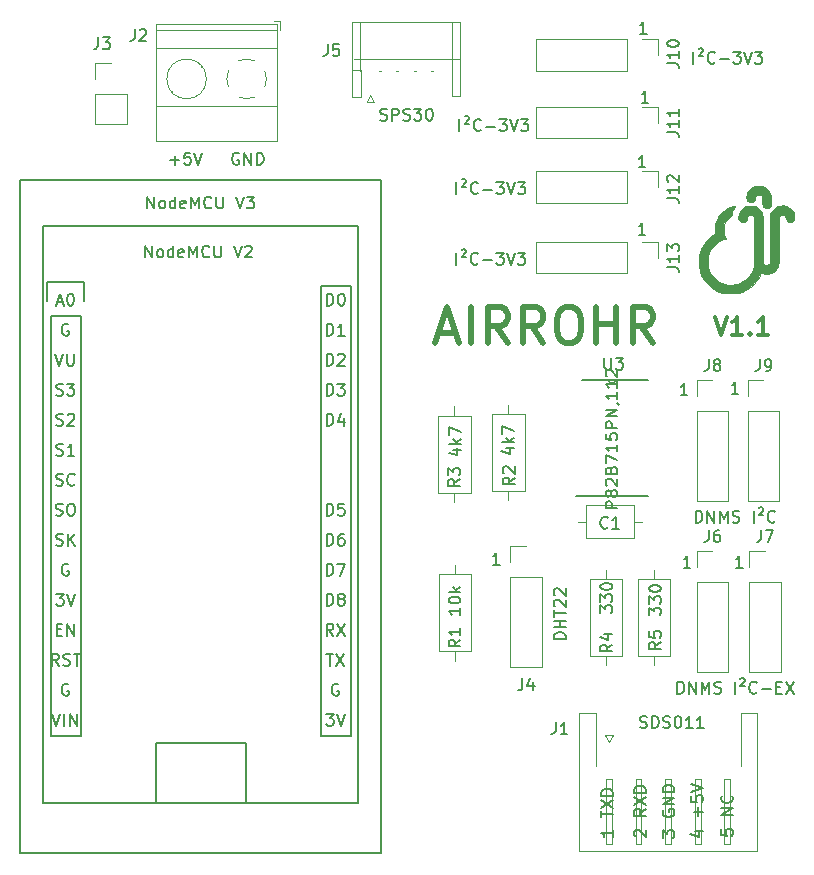
<source format=gbr>
G04 #@! TF.GenerationSoftware,KiCad,Pcbnew,(5.1.2)-2*
G04 #@! TF.CreationDate,2019-07-16T11:55:39+02:00*
G04 #@! TF.ProjectId,Airrohr_pcb,41697272-6f68-4725-9f70-63622e6b6963,rev?*
G04 #@! TF.SameCoordinates,Original*
G04 #@! TF.FileFunction,Legend,Top*
G04 #@! TF.FilePolarity,Positive*
%FSLAX46Y46*%
G04 Gerber Fmt 4.6, Leading zero omitted, Abs format (unit mm)*
G04 Created by KiCad (PCBNEW (5.1.2)-2) date 2019-07-16 11:55:39*
%MOMM*%
%LPD*%
G04 APERTURE LIST*
%ADD10C,0.150000*%
%ADD11C,0.300000*%
%ADD12C,0.500000*%
%ADD13C,0.120000*%
%ADD14C,0.010000*%
%ADD15C,0.152400*%
G04 APERTURE END LIST*
D10*
X195357714Y-30551380D02*
X194786285Y-30551380D01*
X195072000Y-30551380D02*
X195072000Y-29551380D01*
X194976761Y-29694238D01*
X194881523Y-29789476D01*
X194786285Y-29837095D01*
X179364047Y-32837380D02*
X179364047Y-31837380D01*
X179792619Y-31599285D02*
X179887857Y-31551666D01*
X180030714Y-31551666D01*
X180125952Y-31599285D01*
X180173571Y-31694523D01*
X180173571Y-31789761D01*
X180125952Y-31885000D01*
X179792619Y-32218333D01*
X180173571Y-32218333D01*
X181173571Y-32742142D02*
X181125952Y-32789761D01*
X180983095Y-32837380D01*
X180887857Y-32837380D01*
X180745000Y-32789761D01*
X180649761Y-32694523D01*
X180602142Y-32599285D01*
X180554523Y-32408809D01*
X180554523Y-32265952D01*
X180602142Y-32075476D01*
X180649761Y-31980238D01*
X180745000Y-31885000D01*
X180887857Y-31837380D01*
X180983095Y-31837380D01*
X181125952Y-31885000D01*
X181173571Y-31932619D01*
X181602142Y-32456428D02*
X182364047Y-32456428D01*
X182745000Y-31837380D02*
X183364047Y-31837380D01*
X183030714Y-32218333D01*
X183173571Y-32218333D01*
X183268809Y-32265952D01*
X183316428Y-32313571D01*
X183364047Y-32408809D01*
X183364047Y-32646904D01*
X183316428Y-32742142D01*
X183268809Y-32789761D01*
X183173571Y-32837380D01*
X182887857Y-32837380D01*
X182792619Y-32789761D01*
X182745000Y-32742142D01*
X183649761Y-31837380D02*
X183983095Y-32837380D01*
X184316428Y-31837380D01*
X184554523Y-31837380D02*
X185173571Y-31837380D01*
X184840238Y-32218333D01*
X184983095Y-32218333D01*
X185078333Y-32265952D01*
X185125952Y-32313571D01*
X185173571Y-32408809D01*
X185173571Y-32646904D01*
X185125952Y-32742142D01*
X185078333Y-32789761D01*
X184983095Y-32837380D01*
X184697380Y-32837380D01*
X184602142Y-32789761D01*
X184554523Y-32742142D01*
X179618047Y-27503380D02*
X179618047Y-26503380D01*
X180046619Y-26265285D02*
X180141857Y-26217666D01*
X180284714Y-26217666D01*
X180379952Y-26265285D01*
X180427571Y-26360523D01*
X180427571Y-26455761D01*
X180379952Y-26551000D01*
X180046619Y-26884333D01*
X180427571Y-26884333D01*
X181427571Y-27408142D02*
X181379952Y-27455761D01*
X181237095Y-27503380D01*
X181141857Y-27503380D01*
X180999000Y-27455761D01*
X180903761Y-27360523D01*
X180856142Y-27265285D01*
X180808523Y-27074809D01*
X180808523Y-26931952D01*
X180856142Y-26741476D01*
X180903761Y-26646238D01*
X180999000Y-26551000D01*
X181141857Y-26503380D01*
X181237095Y-26503380D01*
X181379952Y-26551000D01*
X181427571Y-26598619D01*
X181856142Y-27122428D02*
X182618047Y-27122428D01*
X182999000Y-26503380D02*
X183618047Y-26503380D01*
X183284714Y-26884333D01*
X183427571Y-26884333D01*
X183522809Y-26931952D01*
X183570428Y-26979571D01*
X183618047Y-27074809D01*
X183618047Y-27312904D01*
X183570428Y-27408142D01*
X183522809Y-27455761D01*
X183427571Y-27503380D01*
X183141857Y-27503380D01*
X183046619Y-27455761D01*
X182999000Y-27408142D01*
X183903761Y-26503380D02*
X184237095Y-27503380D01*
X184570428Y-26503380D01*
X184808523Y-26503380D02*
X185427571Y-26503380D01*
X185094238Y-26884333D01*
X185237095Y-26884333D01*
X185332333Y-26931952D01*
X185379952Y-26979571D01*
X185427571Y-27074809D01*
X185427571Y-27312904D01*
X185379952Y-27408142D01*
X185332333Y-27455761D01*
X185237095Y-27503380D01*
X184951380Y-27503380D01*
X184856142Y-27455761D01*
X184808523Y-27408142D01*
X199556714Y-86804285D02*
X200223380Y-86804285D01*
X199175761Y-87042380D02*
X199890047Y-87280476D01*
X199890047Y-86661428D01*
X199842428Y-85518571D02*
X199842428Y-84756666D01*
X200223380Y-85137619D02*
X199461476Y-85137619D01*
X199223380Y-83804285D02*
X199223380Y-84280476D01*
X199699571Y-84328095D01*
X199651952Y-84280476D01*
X199604333Y-84185238D01*
X199604333Y-83947142D01*
X199651952Y-83851904D01*
X199699571Y-83804285D01*
X199794809Y-83756666D01*
X200032904Y-83756666D01*
X200128142Y-83804285D01*
X200175761Y-83851904D01*
X200223380Y-83947142D01*
X200223380Y-84185238D01*
X200175761Y-84280476D01*
X200128142Y-84328095D01*
X199223380Y-83470952D02*
X200223380Y-83137619D01*
X199223380Y-82804285D01*
D11*
X201295285Y-43247571D02*
X201795285Y-44747571D01*
X202295285Y-43247571D01*
X203581000Y-44747571D02*
X202723857Y-44747571D01*
X203152428Y-44747571D02*
X203152428Y-43247571D01*
X203009571Y-43461857D01*
X202866714Y-43604714D01*
X202723857Y-43676142D01*
X204223857Y-44604714D02*
X204295285Y-44676142D01*
X204223857Y-44747571D01*
X204152428Y-44676142D01*
X204223857Y-44604714D01*
X204223857Y-44747571D01*
X205723857Y-44747571D02*
X204866714Y-44747571D01*
X205295285Y-44747571D02*
X205295285Y-43247571D01*
X205152428Y-43461857D01*
X205009571Y-43604714D01*
X204866714Y-43676142D01*
D10*
X183038714Y-64206380D02*
X182467285Y-64206380D01*
X182753000Y-64206380D02*
X182753000Y-63206380D01*
X182657761Y-63349238D01*
X182562523Y-63444476D01*
X182467285Y-63492095D01*
X203612714Y-64460380D02*
X203041285Y-64460380D01*
X203327000Y-64460380D02*
X203327000Y-63460380D01*
X203231761Y-63603238D01*
X203136523Y-63698476D01*
X203041285Y-63746095D01*
X199167714Y-64460380D02*
X198596285Y-64460380D01*
X198882000Y-64460380D02*
X198882000Y-63460380D01*
X198786761Y-63603238D01*
X198691523Y-63698476D01*
X198596285Y-63746095D01*
X203231714Y-49728380D02*
X202660285Y-49728380D01*
X202946000Y-49728380D02*
X202946000Y-48728380D01*
X202850761Y-48871238D01*
X202755523Y-48966476D01*
X202660285Y-49014095D01*
X198913714Y-49855380D02*
X198342285Y-49855380D01*
X198628000Y-49855380D02*
X198628000Y-48855380D01*
X198532761Y-48998238D01*
X198437523Y-49093476D01*
X198342285Y-49141095D01*
X195484714Y-19248380D02*
X194913285Y-19248380D01*
X195199000Y-19248380D02*
X195199000Y-18248380D01*
X195103761Y-18391238D01*
X195008523Y-18486476D01*
X194913285Y-18534095D01*
X195611714Y-25090380D02*
X195040285Y-25090380D01*
X195326000Y-25090380D02*
X195326000Y-24090380D01*
X195230761Y-24233238D01*
X195135523Y-24328476D01*
X195040285Y-24376095D01*
X195357714Y-36266380D02*
X194786285Y-36266380D01*
X195072000Y-36266380D02*
X195072000Y-35266380D01*
X194976761Y-35409238D01*
X194881523Y-35504476D01*
X194786285Y-35552095D01*
D12*
X177872571Y-44569000D02*
X179301142Y-44569000D01*
X177586857Y-45426142D02*
X178586857Y-42426142D01*
X179586857Y-45426142D01*
X180586857Y-45426142D02*
X180586857Y-42426142D01*
X183729714Y-45426142D02*
X182729714Y-43997571D01*
X182015428Y-45426142D02*
X182015428Y-42426142D01*
X183158285Y-42426142D01*
X183444000Y-42569000D01*
X183586857Y-42711857D01*
X183729714Y-42997571D01*
X183729714Y-43426142D01*
X183586857Y-43711857D01*
X183444000Y-43854714D01*
X183158285Y-43997571D01*
X182015428Y-43997571D01*
X186729714Y-45426142D02*
X185729714Y-43997571D01*
X185015428Y-45426142D02*
X185015428Y-42426142D01*
X186158285Y-42426142D01*
X186444000Y-42569000D01*
X186586857Y-42711857D01*
X186729714Y-42997571D01*
X186729714Y-43426142D01*
X186586857Y-43711857D01*
X186444000Y-43854714D01*
X186158285Y-43997571D01*
X185015428Y-43997571D01*
X188586857Y-42426142D02*
X189158285Y-42426142D01*
X189444000Y-42569000D01*
X189729714Y-42854714D01*
X189872571Y-43426142D01*
X189872571Y-44426142D01*
X189729714Y-44997571D01*
X189444000Y-45283285D01*
X189158285Y-45426142D01*
X188586857Y-45426142D01*
X188301142Y-45283285D01*
X188015428Y-44997571D01*
X187872571Y-44426142D01*
X187872571Y-43426142D01*
X188015428Y-42854714D01*
X188301142Y-42569000D01*
X188586857Y-42426142D01*
X191158285Y-45426142D02*
X191158285Y-42426142D01*
X191158285Y-43854714D02*
X192872571Y-43854714D01*
X192872571Y-45426142D02*
X192872571Y-42426142D01*
X196015428Y-45426142D02*
X195015428Y-43997571D01*
X194301142Y-45426142D02*
X194301142Y-42426142D01*
X195444000Y-42426142D01*
X195729714Y-42569000D01*
X195872571Y-42711857D01*
X196015428Y-42997571D01*
X196015428Y-43426142D01*
X195872571Y-43711857D01*
X195729714Y-43854714D01*
X195444000Y-43997571D01*
X194301142Y-43997571D01*
D10*
X179364047Y-38806380D02*
X179364047Y-37806380D01*
X179792619Y-37568285D02*
X179887857Y-37520666D01*
X180030714Y-37520666D01*
X180125952Y-37568285D01*
X180173571Y-37663523D01*
X180173571Y-37758761D01*
X180125952Y-37854000D01*
X179792619Y-38187333D01*
X180173571Y-38187333D01*
X181173571Y-38711142D02*
X181125952Y-38758761D01*
X180983095Y-38806380D01*
X180887857Y-38806380D01*
X180745000Y-38758761D01*
X180649761Y-38663523D01*
X180602142Y-38568285D01*
X180554523Y-38377809D01*
X180554523Y-38234952D01*
X180602142Y-38044476D01*
X180649761Y-37949238D01*
X180745000Y-37854000D01*
X180887857Y-37806380D01*
X180983095Y-37806380D01*
X181125952Y-37854000D01*
X181173571Y-37901619D01*
X181602142Y-38425428D02*
X182364047Y-38425428D01*
X182745000Y-37806380D02*
X183364047Y-37806380D01*
X183030714Y-38187333D01*
X183173571Y-38187333D01*
X183268809Y-38234952D01*
X183316428Y-38282571D01*
X183364047Y-38377809D01*
X183364047Y-38615904D01*
X183316428Y-38711142D01*
X183268809Y-38758761D01*
X183173571Y-38806380D01*
X182887857Y-38806380D01*
X182792619Y-38758761D01*
X182745000Y-38711142D01*
X183649761Y-37806380D02*
X183983095Y-38806380D01*
X184316428Y-37806380D01*
X184554523Y-37806380D02*
X185173571Y-37806380D01*
X184840238Y-38187333D01*
X184983095Y-38187333D01*
X185078333Y-38234952D01*
X185125952Y-38282571D01*
X185173571Y-38377809D01*
X185173571Y-38615904D01*
X185125952Y-38711142D01*
X185078333Y-38758761D01*
X184983095Y-38806380D01*
X184697380Y-38806380D01*
X184602142Y-38758761D01*
X184554523Y-38711142D01*
X199612666Y-60650380D02*
X199612666Y-59650380D01*
X199850761Y-59650380D01*
X199993619Y-59698000D01*
X200088857Y-59793238D01*
X200136476Y-59888476D01*
X200184095Y-60078952D01*
X200184095Y-60221809D01*
X200136476Y-60412285D01*
X200088857Y-60507523D01*
X199993619Y-60602761D01*
X199850761Y-60650380D01*
X199612666Y-60650380D01*
X200612666Y-60650380D02*
X200612666Y-59650380D01*
X201184095Y-60650380D01*
X201184095Y-59650380D01*
X201660285Y-60650380D02*
X201660285Y-59650380D01*
X201993619Y-60364666D01*
X202326952Y-59650380D01*
X202326952Y-60650380D01*
X202755523Y-60602761D02*
X202898380Y-60650380D01*
X203136476Y-60650380D01*
X203231714Y-60602761D01*
X203279333Y-60555142D01*
X203326952Y-60459904D01*
X203326952Y-60364666D01*
X203279333Y-60269428D01*
X203231714Y-60221809D01*
X203136476Y-60174190D01*
X202946000Y-60126571D01*
X202850761Y-60078952D01*
X202803142Y-60031333D01*
X202755523Y-59936095D01*
X202755523Y-59840857D01*
X202803142Y-59745619D01*
X202850761Y-59698000D01*
X202946000Y-59650380D01*
X203184095Y-59650380D01*
X203326952Y-59698000D01*
X204517428Y-60650380D02*
X204517428Y-59650380D01*
X204946000Y-59412285D02*
X205041238Y-59364666D01*
X205184095Y-59364666D01*
X205279333Y-59412285D01*
X205326952Y-59507523D01*
X205326952Y-59602761D01*
X205279333Y-59698000D01*
X204946000Y-60031333D01*
X205326952Y-60031333D01*
X206326952Y-60555142D02*
X206279333Y-60602761D01*
X206136476Y-60650380D01*
X206041238Y-60650380D01*
X205898380Y-60602761D01*
X205803142Y-60507523D01*
X205755523Y-60412285D01*
X205707904Y-60221809D01*
X205707904Y-60078952D01*
X205755523Y-59888476D01*
X205803142Y-59793238D01*
X205898380Y-59698000D01*
X206041238Y-59650380D01*
X206136476Y-59650380D01*
X206279333Y-59698000D01*
X206326952Y-59745619D01*
X198065047Y-75128380D02*
X198065047Y-74128380D01*
X198303142Y-74128380D01*
X198446000Y-74176000D01*
X198541238Y-74271238D01*
X198588857Y-74366476D01*
X198636476Y-74556952D01*
X198636476Y-74699809D01*
X198588857Y-74890285D01*
X198541238Y-74985523D01*
X198446000Y-75080761D01*
X198303142Y-75128380D01*
X198065047Y-75128380D01*
X199065047Y-75128380D02*
X199065047Y-74128380D01*
X199636476Y-75128380D01*
X199636476Y-74128380D01*
X200112666Y-75128380D02*
X200112666Y-74128380D01*
X200446000Y-74842666D01*
X200779333Y-74128380D01*
X200779333Y-75128380D01*
X201207904Y-75080761D02*
X201350761Y-75128380D01*
X201588857Y-75128380D01*
X201684095Y-75080761D01*
X201731714Y-75033142D01*
X201779333Y-74937904D01*
X201779333Y-74842666D01*
X201731714Y-74747428D01*
X201684095Y-74699809D01*
X201588857Y-74652190D01*
X201398380Y-74604571D01*
X201303142Y-74556952D01*
X201255523Y-74509333D01*
X201207904Y-74414095D01*
X201207904Y-74318857D01*
X201255523Y-74223619D01*
X201303142Y-74176000D01*
X201398380Y-74128380D01*
X201636476Y-74128380D01*
X201779333Y-74176000D01*
X202969809Y-75128380D02*
X202969809Y-74128380D01*
X203398380Y-73890285D02*
X203493619Y-73842666D01*
X203636476Y-73842666D01*
X203731714Y-73890285D01*
X203779333Y-73985523D01*
X203779333Y-74080761D01*
X203731714Y-74176000D01*
X203398380Y-74509333D01*
X203779333Y-74509333D01*
X204779333Y-75033142D02*
X204731714Y-75080761D01*
X204588857Y-75128380D01*
X204493619Y-75128380D01*
X204350761Y-75080761D01*
X204255523Y-74985523D01*
X204207904Y-74890285D01*
X204160285Y-74699809D01*
X204160285Y-74556952D01*
X204207904Y-74366476D01*
X204255523Y-74271238D01*
X204350761Y-74176000D01*
X204493619Y-74128380D01*
X204588857Y-74128380D01*
X204731714Y-74176000D01*
X204779333Y-74223619D01*
X205207904Y-74747428D02*
X205969809Y-74747428D01*
X206446000Y-74604571D02*
X206779333Y-74604571D01*
X206922190Y-75128380D02*
X206446000Y-75128380D01*
X206446000Y-74128380D01*
X206922190Y-74128380D01*
X207255523Y-74128380D02*
X207922190Y-75128380D01*
X207922190Y-74128380D02*
X207255523Y-75128380D01*
X199430047Y-21788380D02*
X199430047Y-20788380D01*
X199858619Y-20550285D02*
X199953857Y-20502666D01*
X200096714Y-20502666D01*
X200191952Y-20550285D01*
X200239571Y-20645523D01*
X200239571Y-20740761D01*
X200191952Y-20836000D01*
X199858619Y-21169333D01*
X200239571Y-21169333D01*
X201239571Y-21693142D02*
X201191952Y-21740761D01*
X201049095Y-21788380D01*
X200953857Y-21788380D01*
X200811000Y-21740761D01*
X200715761Y-21645523D01*
X200668142Y-21550285D01*
X200620523Y-21359809D01*
X200620523Y-21216952D01*
X200668142Y-21026476D01*
X200715761Y-20931238D01*
X200811000Y-20836000D01*
X200953857Y-20788380D01*
X201049095Y-20788380D01*
X201191952Y-20836000D01*
X201239571Y-20883619D01*
X201668142Y-21407428D02*
X202430047Y-21407428D01*
X202811000Y-20788380D02*
X203430047Y-20788380D01*
X203096714Y-21169333D01*
X203239571Y-21169333D01*
X203334809Y-21216952D01*
X203382428Y-21264571D01*
X203430047Y-21359809D01*
X203430047Y-21597904D01*
X203382428Y-21693142D01*
X203334809Y-21740761D01*
X203239571Y-21788380D01*
X202953857Y-21788380D01*
X202858619Y-21740761D01*
X202811000Y-21693142D01*
X203715761Y-20788380D02*
X204049095Y-21788380D01*
X204382428Y-20788380D01*
X204620523Y-20788380D02*
X205239571Y-20788380D01*
X204906238Y-21169333D01*
X205049095Y-21169333D01*
X205144333Y-21216952D01*
X205191952Y-21264571D01*
X205239571Y-21359809D01*
X205239571Y-21597904D01*
X205191952Y-21693142D01*
X205144333Y-21740761D01*
X205049095Y-21788380D01*
X204763380Y-21788380D01*
X204668142Y-21740761D01*
X204620523Y-21693142D01*
X172918714Y-26566761D02*
X173061571Y-26614380D01*
X173299666Y-26614380D01*
X173394904Y-26566761D01*
X173442523Y-26519142D01*
X173490142Y-26423904D01*
X173490142Y-26328666D01*
X173442523Y-26233428D01*
X173394904Y-26185809D01*
X173299666Y-26138190D01*
X173109190Y-26090571D01*
X173013952Y-26042952D01*
X172966333Y-25995333D01*
X172918714Y-25900095D01*
X172918714Y-25804857D01*
X172966333Y-25709619D01*
X173013952Y-25662000D01*
X173109190Y-25614380D01*
X173347285Y-25614380D01*
X173490142Y-25662000D01*
X173918714Y-26614380D02*
X173918714Y-25614380D01*
X174299666Y-25614380D01*
X174394904Y-25662000D01*
X174442523Y-25709619D01*
X174490142Y-25804857D01*
X174490142Y-25947714D01*
X174442523Y-26042952D01*
X174394904Y-26090571D01*
X174299666Y-26138190D01*
X173918714Y-26138190D01*
X174871095Y-26566761D02*
X175013952Y-26614380D01*
X175252047Y-26614380D01*
X175347285Y-26566761D01*
X175394904Y-26519142D01*
X175442523Y-26423904D01*
X175442523Y-26328666D01*
X175394904Y-26233428D01*
X175347285Y-26185809D01*
X175252047Y-26138190D01*
X175061571Y-26090571D01*
X174966333Y-26042952D01*
X174918714Y-25995333D01*
X174871095Y-25900095D01*
X174871095Y-25804857D01*
X174918714Y-25709619D01*
X174966333Y-25662000D01*
X175061571Y-25614380D01*
X175299666Y-25614380D01*
X175442523Y-25662000D01*
X175775857Y-25614380D02*
X176394904Y-25614380D01*
X176061571Y-25995333D01*
X176204428Y-25995333D01*
X176299666Y-26042952D01*
X176347285Y-26090571D01*
X176394904Y-26185809D01*
X176394904Y-26423904D01*
X176347285Y-26519142D01*
X176299666Y-26566761D01*
X176204428Y-26614380D01*
X175918714Y-26614380D01*
X175823476Y-26566761D01*
X175775857Y-26519142D01*
X177013952Y-25614380D02*
X177109190Y-25614380D01*
X177204428Y-25662000D01*
X177252047Y-25709619D01*
X177299666Y-25804857D01*
X177347285Y-25995333D01*
X177347285Y-26233428D01*
X177299666Y-26423904D01*
X177252047Y-26519142D01*
X177204428Y-26566761D01*
X177109190Y-26614380D01*
X177013952Y-26614380D01*
X176918714Y-26566761D01*
X176871095Y-26519142D01*
X176823476Y-26423904D01*
X176775857Y-26233428D01*
X176775857Y-25995333D01*
X176823476Y-25804857D01*
X176871095Y-25709619D01*
X176918714Y-25662000D01*
X177013952Y-25614380D01*
X188615580Y-70521247D02*
X187615580Y-70521247D01*
X187615580Y-70283152D01*
X187663200Y-70140295D01*
X187758438Y-70045057D01*
X187853676Y-69997438D01*
X188044152Y-69949819D01*
X188187009Y-69949819D01*
X188377485Y-69997438D01*
X188472723Y-70045057D01*
X188567961Y-70140295D01*
X188615580Y-70283152D01*
X188615580Y-70521247D01*
X188615580Y-69521247D02*
X187615580Y-69521247D01*
X188091771Y-69521247D02*
X188091771Y-68949819D01*
X188615580Y-68949819D02*
X187615580Y-68949819D01*
X187615580Y-68616485D02*
X187615580Y-68045057D01*
X188615580Y-68330771D02*
X187615580Y-68330771D01*
X187710819Y-67759342D02*
X187663200Y-67711723D01*
X187615580Y-67616485D01*
X187615580Y-67378390D01*
X187663200Y-67283152D01*
X187710819Y-67235533D01*
X187806057Y-67187914D01*
X187901295Y-67187914D01*
X188044152Y-67235533D01*
X188615580Y-67806961D01*
X188615580Y-67187914D01*
X187710819Y-66806961D02*
X187663200Y-66759342D01*
X187615580Y-66664104D01*
X187615580Y-66426009D01*
X187663200Y-66330771D01*
X187710819Y-66283152D01*
X187806057Y-66235533D01*
X187901295Y-66235533D01*
X188044152Y-66283152D01*
X188615580Y-66854580D01*
X188615580Y-66235533D01*
X160934495Y-29395800D02*
X160839257Y-29348180D01*
X160696400Y-29348180D01*
X160553542Y-29395800D01*
X160458304Y-29491038D01*
X160410685Y-29586276D01*
X160363066Y-29776752D01*
X160363066Y-29919609D01*
X160410685Y-30110085D01*
X160458304Y-30205323D01*
X160553542Y-30300561D01*
X160696400Y-30348180D01*
X160791638Y-30348180D01*
X160934495Y-30300561D01*
X160982114Y-30252942D01*
X160982114Y-29919609D01*
X160791638Y-29919609D01*
X161410685Y-30348180D02*
X161410685Y-29348180D01*
X161982114Y-30348180D01*
X161982114Y-29348180D01*
X162458304Y-30348180D02*
X162458304Y-29348180D01*
X162696400Y-29348180D01*
X162839257Y-29395800D01*
X162934495Y-29491038D01*
X162982114Y-29586276D01*
X163029733Y-29776752D01*
X163029733Y-29919609D01*
X162982114Y-30110085D01*
X162934495Y-30205323D01*
X162839257Y-30300561D01*
X162696400Y-30348180D01*
X162458304Y-30348180D01*
X155127485Y-29967228D02*
X155889390Y-29967228D01*
X155508438Y-30348180D02*
X155508438Y-29586276D01*
X156841771Y-29348180D02*
X156365580Y-29348180D01*
X156317961Y-29824371D01*
X156365580Y-29776752D01*
X156460819Y-29729133D01*
X156698914Y-29729133D01*
X156794152Y-29776752D01*
X156841771Y-29824371D01*
X156889390Y-29919609D01*
X156889390Y-30157704D01*
X156841771Y-30252942D01*
X156794152Y-30300561D01*
X156698914Y-30348180D01*
X156460819Y-30348180D01*
X156365580Y-30300561D01*
X156317961Y-30252942D01*
X157175104Y-29348180D02*
X157508438Y-30348180D01*
X157841771Y-29348180D01*
X194492619Y-87232857D02*
X194445000Y-87185238D01*
X194397380Y-87090000D01*
X194397380Y-86851904D01*
X194445000Y-86756666D01*
X194492619Y-86709047D01*
X194587857Y-86661428D01*
X194683095Y-86661428D01*
X194825952Y-86709047D01*
X195397380Y-87280476D01*
X195397380Y-86661428D01*
X195397380Y-84899523D02*
X194921190Y-85232857D01*
X195397380Y-85470952D02*
X194397380Y-85470952D01*
X194397380Y-85090000D01*
X194445000Y-84994761D01*
X194492619Y-84947142D01*
X194587857Y-84899523D01*
X194730714Y-84899523D01*
X194825952Y-84947142D01*
X194873571Y-84994761D01*
X194921190Y-85090000D01*
X194921190Y-85470952D01*
X194397380Y-84566190D02*
X195397380Y-83899523D01*
X194397380Y-83899523D02*
X195397380Y-84566190D01*
X195397380Y-83518571D02*
X194397380Y-83518571D01*
X194397380Y-83280476D01*
X194445000Y-83137619D01*
X194540238Y-83042380D01*
X194635476Y-82994761D01*
X194825952Y-82947142D01*
X194968809Y-82947142D01*
X195159285Y-82994761D01*
X195254523Y-83042380D01*
X195349761Y-83137619D01*
X195397380Y-83280476D01*
X195397380Y-83518571D01*
X196810380Y-87328095D02*
X196810380Y-86709047D01*
X197191333Y-87042380D01*
X197191333Y-86899523D01*
X197238952Y-86804285D01*
X197286571Y-86756666D01*
X197381809Y-86709047D01*
X197619904Y-86709047D01*
X197715142Y-86756666D01*
X197762761Y-86804285D01*
X197810380Y-86899523D01*
X197810380Y-87185238D01*
X197762761Y-87280476D01*
X197715142Y-87328095D01*
X196858000Y-84994761D02*
X196810380Y-85090000D01*
X196810380Y-85232857D01*
X196858000Y-85375714D01*
X196953238Y-85470952D01*
X197048476Y-85518571D01*
X197238952Y-85566190D01*
X197381809Y-85566190D01*
X197572285Y-85518571D01*
X197667523Y-85470952D01*
X197762761Y-85375714D01*
X197810380Y-85232857D01*
X197810380Y-85137619D01*
X197762761Y-84994761D01*
X197715142Y-84947142D01*
X197381809Y-84947142D01*
X197381809Y-85137619D01*
X197810380Y-84518571D02*
X196810380Y-84518571D01*
X197810380Y-83947142D01*
X196810380Y-83947142D01*
X197810380Y-83470952D02*
X196810380Y-83470952D01*
X196810380Y-83232857D01*
X196858000Y-83090000D01*
X196953238Y-82994761D01*
X197048476Y-82947142D01*
X197238952Y-82899523D01*
X197381809Y-82899523D01*
X197572285Y-82947142D01*
X197667523Y-82994761D01*
X197762761Y-83090000D01*
X197810380Y-83232857D01*
X197810380Y-83470952D01*
X201763380Y-86637666D02*
X201763380Y-87113857D01*
X202239571Y-87161476D01*
X202191952Y-87113857D01*
X202144333Y-87018619D01*
X202144333Y-86780523D01*
X202191952Y-86685285D01*
X202239571Y-86637666D01*
X202334809Y-86590047D01*
X202572904Y-86590047D01*
X202668142Y-86637666D01*
X202715761Y-86685285D01*
X202763380Y-86780523D01*
X202763380Y-87018619D01*
X202715761Y-87113857D01*
X202668142Y-87161476D01*
X202763380Y-85399571D02*
X201763380Y-85399571D01*
X202763380Y-84828142D01*
X201763380Y-84828142D01*
X202668142Y-83780523D02*
X202715761Y-83828142D01*
X202763380Y-83971000D01*
X202763380Y-84066238D01*
X202715761Y-84209095D01*
X202620523Y-84304333D01*
X202525285Y-84351952D01*
X202334809Y-84399571D01*
X202191952Y-84399571D01*
X202001476Y-84351952D01*
X201906238Y-84304333D01*
X201811000Y-84209095D01*
X201763380Y-84066238D01*
X201763380Y-83971000D01*
X201811000Y-83828142D01*
X201858619Y-83780523D01*
X192603380Y-86669380D02*
X192603380Y-87240809D01*
X192603380Y-86955095D02*
X191603380Y-86955095D01*
X191746238Y-87050333D01*
X191841476Y-87145571D01*
X191889095Y-87240809D01*
X191603380Y-85621761D02*
X191603380Y-85050333D01*
X192603380Y-85336047D02*
X191603380Y-85336047D01*
X191603380Y-84812238D02*
X192603380Y-84145571D01*
X191603380Y-84145571D02*
X192603380Y-84812238D01*
X192603380Y-83764619D02*
X191603380Y-83764619D01*
X191603380Y-83526523D01*
X191651000Y-83383666D01*
X191746238Y-83288428D01*
X191841476Y-83240809D01*
X192031952Y-83193190D01*
X192174809Y-83193190D01*
X192365285Y-83240809D01*
X192460523Y-83288428D01*
X192555761Y-83383666D01*
X192603380Y-83526523D01*
X192603380Y-83764619D01*
X194921523Y-78001761D02*
X195064380Y-78049380D01*
X195302476Y-78049380D01*
X195397714Y-78001761D01*
X195445333Y-77954142D01*
X195492952Y-77858904D01*
X195492952Y-77763666D01*
X195445333Y-77668428D01*
X195397714Y-77620809D01*
X195302476Y-77573190D01*
X195112000Y-77525571D01*
X195016761Y-77477952D01*
X194969142Y-77430333D01*
X194921523Y-77335095D01*
X194921523Y-77239857D01*
X194969142Y-77144619D01*
X195016761Y-77097000D01*
X195112000Y-77049380D01*
X195350095Y-77049380D01*
X195492952Y-77097000D01*
X195921523Y-78049380D02*
X195921523Y-77049380D01*
X196159619Y-77049380D01*
X196302476Y-77097000D01*
X196397714Y-77192238D01*
X196445333Y-77287476D01*
X196492952Y-77477952D01*
X196492952Y-77620809D01*
X196445333Y-77811285D01*
X196397714Y-77906523D01*
X196302476Y-78001761D01*
X196159619Y-78049380D01*
X195921523Y-78049380D01*
X196873904Y-78001761D02*
X197016761Y-78049380D01*
X197254857Y-78049380D01*
X197350095Y-78001761D01*
X197397714Y-77954142D01*
X197445333Y-77858904D01*
X197445333Y-77763666D01*
X197397714Y-77668428D01*
X197350095Y-77620809D01*
X197254857Y-77573190D01*
X197064380Y-77525571D01*
X196969142Y-77477952D01*
X196921523Y-77430333D01*
X196873904Y-77335095D01*
X196873904Y-77239857D01*
X196921523Y-77144619D01*
X196969142Y-77097000D01*
X197064380Y-77049380D01*
X197302476Y-77049380D01*
X197445333Y-77097000D01*
X198064380Y-77049380D02*
X198159619Y-77049380D01*
X198254857Y-77097000D01*
X198302476Y-77144619D01*
X198350095Y-77239857D01*
X198397714Y-77430333D01*
X198397714Y-77668428D01*
X198350095Y-77858904D01*
X198302476Y-77954142D01*
X198254857Y-78001761D01*
X198159619Y-78049380D01*
X198064380Y-78049380D01*
X197969142Y-78001761D01*
X197921523Y-77954142D01*
X197873904Y-77858904D01*
X197826285Y-77668428D01*
X197826285Y-77430333D01*
X197873904Y-77239857D01*
X197921523Y-77144619D01*
X197969142Y-77097000D01*
X198064380Y-77049380D01*
X199350095Y-78049380D02*
X198778666Y-78049380D01*
X199064380Y-78049380D02*
X199064380Y-77049380D01*
X198969142Y-77192238D01*
X198873904Y-77287476D01*
X198778666Y-77335095D01*
X200302476Y-78049380D02*
X199731047Y-78049380D01*
X200016761Y-78049380D02*
X200016761Y-77049380D01*
X199921523Y-77192238D01*
X199826285Y-77287476D01*
X199731047Y-77335095D01*
D13*
X192578000Y-78672000D02*
X192278000Y-79272000D01*
X191978000Y-78672000D02*
X192578000Y-78672000D01*
X192278000Y-79272000D02*
X191978000Y-78672000D01*
X202528000Y-82372000D02*
X202028000Y-82372000D01*
X202528000Y-87872000D02*
X202528000Y-82372000D01*
X202028000Y-87872000D02*
X202528000Y-87872000D01*
X202028000Y-82372000D02*
X202028000Y-87872000D01*
X200028000Y-82372000D02*
X199528000Y-82372000D01*
X200028000Y-87872000D02*
X200028000Y-82372000D01*
X199528000Y-87872000D02*
X200028000Y-87872000D01*
X199528000Y-82372000D02*
X199528000Y-87872000D01*
X197528000Y-82372000D02*
X197028000Y-82372000D01*
X197528000Y-87872000D02*
X197528000Y-82372000D01*
X197028000Y-87872000D02*
X197528000Y-87872000D01*
X197028000Y-82372000D02*
X197028000Y-87872000D01*
X195028000Y-82372000D02*
X194528000Y-82372000D01*
X195028000Y-87872000D02*
X195028000Y-82372000D01*
X194528000Y-87872000D02*
X195028000Y-87872000D01*
X194528000Y-82372000D02*
X194528000Y-87872000D01*
X192528000Y-82372000D02*
X192028000Y-82372000D01*
X192528000Y-87872000D02*
X192528000Y-82372000D01*
X192028000Y-87872000D02*
X192528000Y-87872000D01*
X192028000Y-82372000D02*
X192028000Y-87872000D01*
X203418000Y-76762000D02*
X203418000Y-81262000D01*
X204838000Y-76762000D02*
X203418000Y-76762000D01*
X204838000Y-88482000D02*
X204838000Y-76762000D01*
X197278000Y-88482000D02*
X204838000Y-88482000D01*
X191138000Y-76762000D02*
X191138000Y-81262000D01*
X189718000Y-76762000D02*
X191138000Y-76762000D01*
X189718000Y-88482000D02*
X189718000Y-76762000D01*
X197278000Y-88482000D02*
X189718000Y-88482000D01*
X196402000Y-36897000D02*
X196402000Y-38227000D01*
X195072000Y-36897000D02*
X196402000Y-36897000D01*
X193802000Y-36897000D02*
X193802000Y-39557000D01*
X193802000Y-39557000D02*
X186122000Y-39557000D01*
X193802000Y-36897000D02*
X186122000Y-36897000D01*
X186122000Y-36897000D02*
X186122000Y-39557000D01*
X196402000Y-25467000D02*
X196402000Y-26797000D01*
X195072000Y-25467000D02*
X196402000Y-25467000D01*
X193802000Y-25467000D02*
X193802000Y-28127000D01*
X193802000Y-28127000D02*
X186122000Y-28127000D01*
X193802000Y-25467000D02*
X186122000Y-25467000D01*
X186122000Y-25467000D02*
X186122000Y-28127000D01*
X196402000Y-19752000D02*
X196402000Y-21082000D01*
X195072000Y-19752000D02*
X196402000Y-19752000D01*
X193802000Y-19752000D02*
X193802000Y-22412000D01*
X193802000Y-22412000D02*
X186122000Y-22412000D01*
X193802000Y-19752000D02*
X186122000Y-19752000D01*
X186122000Y-19752000D02*
X186122000Y-22412000D01*
D10*
X170408600Y-78689200D02*
X170408600Y-40589200D01*
X170408600Y-40589200D02*
X167868600Y-40589200D01*
X167868600Y-40589200D02*
X167868600Y-78689200D01*
X167868600Y-78689200D02*
X170408600Y-78689200D01*
X144728600Y-40309200D02*
X147828600Y-40309200D01*
X144728600Y-41859200D02*
X144728600Y-40309200D01*
X147548600Y-43129200D02*
X145008600Y-43129200D01*
X147828600Y-40309200D02*
X147828600Y-41859200D01*
X147548600Y-78689200D02*
X147548600Y-43129200D01*
X145008600Y-78689200D02*
X147548600Y-78689200D01*
X145008600Y-43129200D02*
X145008600Y-78689200D01*
X144373600Y-35509200D02*
X171043600Y-35509200D01*
X171043600Y-35509200D02*
X171043600Y-84404200D01*
X171043600Y-84404200D02*
X144373600Y-84404200D01*
X144373600Y-84404200D02*
X144373600Y-35509200D01*
X153898600Y-84404200D02*
X153898600Y-79324200D01*
X153898600Y-79324200D02*
X161518600Y-79324200D01*
X161518600Y-79324200D02*
X161518600Y-84404200D01*
X172933200Y-88653800D02*
X172933200Y-31653800D01*
X142433200Y-88653800D02*
X172933200Y-88653800D01*
X142433200Y-31653800D02*
X142433200Y-88653800D01*
X142933200Y-31653800D02*
X142433200Y-31653800D01*
X172933200Y-31653800D02*
X142933200Y-31653800D01*
D14*
G36*
X203925940Y-32947371D02*
G01*
X203964212Y-32831317D01*
X204072327Y-32605386D01*
X204211729Y-32425260D01*
X204394300Y-32276284D01*
X204435728Y-32249747D01*
X204502871Y-32215318D01*
X204581788Y-32192420D01*
X204688784Y-32177984D01*
X204840168Y-32168940D01*
X204871596Y-32167714D01*
X205075001Y-32165734D01*
X205232547Y-32179768D01*
X205360772Y-32214035D01*
X205476211Y-32272753D01*
X205581250Y-32348715D01*
X205678965Y-32429523D01*
X205746904Y-32496662D01*
X205802592Y-32571265D01*
X205863555Y-32674466D01*
X205887804Y-32718375D01*
X205922762Y-32786056D01*
X205947235Y-32848965D01*
X205963411Y-32920834D01*
X205973476Y-33015394D01*
X205979619Y-33146374D01*
X205983907Y-33321625D01*
X205985229Y-33488541D01*
X205982556Y-33637022D01*
X205976413Y-33753323D01*
X205967325Y-33823697D01*
X205964375Y-33833178D01*
X205888587Y-33936707D01*
X205774856Y-34006153D01*
X205641046Y-34037733D01*
X205505020Y-34027661D01*
X205384644Y-33972152D01*
X205368707Y-33959387D01*
X205330688Y-33923818D01*
X205304664Y-33885944D01*
X205287585Y-33832831D01*
X205276403Y-33751542D01*
X205268066Y-33629141D01*
X205262052Y-33506949D01*
X205247932Y-33291747D01*
X205225741Y-33132141D01*
X205191282Y-33020344D01*
X205140355Y-32948569D01*
X205068763Y-32909032D01*
X204972307Y-32893946D01*
X204931019Y-32893000D01*
X204811033Y-32919999D01*
X204717944Y-32991886D01*
X204666322Y-33094999D01*
X204660500Y-33146674D01*
X204642598Y-33246213D01*
X204604950Y-33330680D01*
X204518816Y-33441308D01*
X204426004Y-33502220D01*
X204305179Y-33525485D01*
X204257999Y-33526944D01*
X204156160Y-33523311D01*
X204090176Y-33502557D01*
X204032586Y-33452384D01*
X203996061Y-33409641D01*
X203921155Y-33278925D01*
X203897903Y-33127053D01*
X203925940Y-32947371D01*
X203925940Y-32947371D01*
G37*
X203925940Y-32947371D02*
X203964212Y-32831317D01*
X204072327Y-32605386D01*
X204211729Y-32425260D01*
X204394300Y-32276284D01*
X204435728Y-32249747D01*
X204502871Y-32215318D01*
X204581788Y-32192420D01*
X204688784Y-32177984D01*
X204840168Y-32168940D01*
X204871596Y-32167714D01*
X205075001Y-32165734D01*
X205232547Y-32179768D01*
X205360772Y-32214035D01*
X205476211Y-32272753D01*
X205581250Y-32348715D01*
X205678965Y-32429523D01*
X205746904Y-32496662D01*
X205802592Y-32571265D01*
X205863555Y-32674466D01*
X205887804Y-32718375D01*
X205922762Y-32786056D01*
X205947235Y-32848965D01*
X205963411Y-32920834D01*
X205973476Y-33015394D01*
X205979619Y-33146374D01*
X205983907Y-33321625D01*
X205985229Y-33488541D01*
X205982556Y-33637022D01*
X205976413Y-33753323D01*
X205967325Y-33823697D01*
X205964375Y-33833178D01*
X205888587Y-33936707D01*
X205774856Y-34006153D01*
X205641046Y-34037733D01*
X205505020Y-34027661D01*
X205384644Y-33972152D01*
X205368707Y-33959387D01*
X205330688Y-33923818D01*
X205304664Y-33885944D01*
X205287585Y-33832831D01*
X205276403Y-33751542D01*
X205268066Y-33629141D01*
X205262052Y-33506949D01*
X205247932Y-33291747D01*
X205225741Y-33132141D01*
X205191282Y-33020344D01*
X205140355Y-32948569D01*
X205068763Y-32909032D01*
X204972307Y-32893946D01*
X204931019Y-32893000D01*
X204811033Y-32919999D01*
X204717944Y-32991886D01*
X204666322Y-33094999D01*
X204660500Y-33146674D01*
X204642598Y-33246213D01*
X204604950Y-33330680D01*
X204518816Y-33441308D01*
X204426004Y-33502220D01*
X204305179Y-33525485D01*
X204257999Y-33526944D01*
X204156160Y-33523311D01*
X204090176Y-33502557D01*
X204032586Y-33452384D01*
X203996061Y-33409641D01*
X203921155Y-33278925D01*
X203897903Y-33127053D01*
X203925940Y-32947371D01*
G36*
X199905985Y-38268841D02*
G01*
X199928823Y-38020239D01*
X199964840Y-37805881D01*
X200012361Y-37637086D01*
X200041568Y-37570104D01*
X200074281Y-37500179D01*
X200088297Y-37455941D01*
X200088304Y-37455584D01*
X200103325Y-37418556D01*
X200143396Y-37340565D01*
X200201311Y-37235343D01*
X200233790Y-37178401D01*
X200381234Y-36956398D01*
X200563846Y-36733355D01*
X200764569Y-36527869D01*
X200966349Y-36358540D01*
X201021051Y-36319913D01*
X201224347Y-36183046D01*
X201222927Y-35879461D01*
X201228691Y-35688554D01*
X201246117Y-35500770D01*
X201272783Y-35332939D01*
X201306269Y-35201892D01*
X201327981Y-35149143D01*
X201355629Y-35092744D01*
X201397670Y-35003180D01*
X201424395Y-34945016D01*
X201467748Y-34865661D01*
X201533810Y-34762808D01*
X201613435Y-34648675D01*
X201697475Y-34535482D01*
X201776781Y-34435447D01*
X201842207Y-34360789D01*
X201884603Y-34323727D01*
X201891019Y-34321750D01*
X201928139Y-34302110D01*
X201987664Y-34254045D01*
X201996197Y-34246250D01*
X202081067Y-34181532D01*
X202202629Y-34105747D01*
X202342000Y-34028903D01*
X202480299Y-33961006D01*
X202598643Y-33912065D01*
X202660250Y-33894302D01*
X202758633Y-33869623D01*
X202841481Y-33838940D01*
X202842764Y-33838312D01*
X202907365Y-33816217D01*
X202931594Y-33835807D01*
X202915986Y-33900066D01*
X202870702Y-33994098D01*
X202783414Y-34165920D01*
X202724233Y-34304287D01*
X202685860Y-34428456D01*
X202663640Y-34540444D01*
X202634192Y-34661625D01*
X202587899Y-34736961D01*
X202561514Y-34759030D01*
X202391673Y-34892788D01*
X202252516Y-35042029D01*
X202131810Y-35222394D01*
X202017317Y-35449527D01*
X202011811Y-35461777D01*
X201997163Y-35525610D01*
X201985653Y-35634952D01*
X201978827Y-35771833D01*
X201977625Y-35858652D01*
X201981123Y-36032025D01*
X201995380Y-36165259D01*
X202026036Y-36281512D01*
X202078733Y-36403940D01*
X202138102Y-36517399D01*
X202174042Y-36588682D01*
X202171432Y-36623734D01*
X202120800Y-36641106D01*
X202070597Y-36649595D01*
X201947721Y-36684570D01*
X201794174Y-36750127D01*
X201628387Y-36836581D01*
X201468786Y-36934245D01*
X201333800Y-37033431D01*
X201322883Y-37042618D01*
X201145986Y-37213617D01*
X200986752Y-37405193D01*
X200861046Y-37597285D01*
X200819085Y-37679772D01*
X200774049Y-37777130D01*
X200735968Y-37856631D01*
X200722618Y-37883027D01*
X200687812Y-37983464D01*
X200660265Y-38131710D01*
X200641594Y-38312323D01*
X200633416Y-38509865D01*
X200636928Y-38700896D01*
X200671643Y-39008222D01*
X200745647Y-39279341D01*
X200864473Y-39531832D01*
X200933588Y-39643375D01*
X201026138Y-39764828D01*
X201146022Y-39897129D01*
X201277669Y-40025256D01*
X201405506Y-40134189D01*
X201513963Y-40208907D01*
X201527292Y-40216079D01*
X201598895Y-40255731D01*
X201641842Y-40285016D01*
X201644250Y-40287541D01*
X201686391Y-40313798D01*
X201771662Y-40351710D01*
X201882395Y-40394605D01*
X202000921Y-40435813D01*
X202109571Y-40468663D01*
X202152250Y-40479329D01*
X202282986Y-40498904D01*
X202445079Y-40508599D01*
X202623987Y-40509202D01*
X202805164Y-40501498D01*
X202974066Y-40486273D01*
X203116151Y-40464314D01*
X203216874Y-40436405D01*
X203247625Y-40420138D01*
X203296802Y-40393876D01*
X203376331Y-40359907D01*
X203390500Y-40354436D01*
X203611814Y-40243224D01*
X203832591Y-40083036D01*
X204038703Y-39886927D01*
X204216024Y-39667951D01*
X204324260Y-39491576D01*
X204370342Y-39403445D01*
X204410140Y-39323261D01*
X204444114Y-39245816D01*
X204472726Y-39165902D01*
X204496436Y-39078312D01*
X204515704Y-38977840D01*
X204530992Y-38859276D01*
X204542759Y-38717414D01*
X204551466Y-38547047D01*
X204557575Y-38342966D01*
X204561545Y-38099965D01*
X204563837Y-37812836D01*
X204564912Y-37476371D01*
X204565230Y-37085364D01*
X204565250Y-36767116D01*
X204565250Y-34743773D01*
X204487391Y-34659762D01*
X204415931Y-34601508D01*
X204328812Y-34578086D01*
X204270675Y-34575750D01*
X204139460Y-34598292D01*
X204047260Y-34668201D01*
X203990537Y-34788908D01*
X203975471Y-34861857D01*
X203921940Y-35019801D01*
X203856530Y-35107563D01*
X203787465Y-35171279D01*
X203720146Y-35201459D01*
X203625334Y-35209678D01*
X203598584Y-35209694D01*
X203457924Y-35192841D01*
X203355800Y-35137384D01*
X203275904Y-35032710D01*
X203250486Y-34983141D01*
X203224222Y-34921776D01*
X203213349Y-34867418D01*
X203218286Y-34800856D01*
X203239452Y-34702880D01*
X203258215Y-34628435D01*
X203351802Y-34369241D01*
X203486621Y-34157947D01*
X203661034Y-33995838D01*
X203873403Y-33884201D01*
X204122088Y-33824321D01*
X204296133Y-33813750D01*
X204419824Y-33817033D01*
X204517527Y-33825774D01*
X204573179Y-33838312D01*
X204579615Y-33843058D01*
X204621272Y-33870730D01*
X204686594Y-33891883D01*
X204775510Y-33931908D01*
X204884665Y-34010258D01*
X204998460Y-34112838D01*
X205101293Y-34225555D01*
X205177565Y-34334313D01*
X205178878Y-34336648D01*
X205208207Y-34391353D01*
X205233398Y-34446123D01*
X205254768Y-34506019D01*
X205272628Y-34576104D01*
X205287293Y-34661441D01*
X205299076Y-34767091D01*
X205308291Y-34898119D01*
X205315251Y-35059586D01*
X205320271Y-35256556D01*
X205323663Y-35494089D01*
X205325742Y-35777250D01*
X205326820Y-36111101D01*
X205327213Y-36500703D01*
X205327250Y-36731677D01*
X205327250Y-38662228D01*
X205405108Y-38746239D01*
X205506723Y-38812953D01*
X205630151Y-38831818D01*
X205754361Y-38801854D01*
X205813995Y-38765309D01*
X205896555Y-38700368D01*
X205905590Y-36645997D01*
X205914625Y-34591625D01*
X206021087Y-34393924D01*
X206169762Y-34176484D01*
X206350592Y-34007464D01*
X206555483Y-33888140D01*
X206776340Y-33819788D01*
X207005068Y-33803684D01*
X207233571Y-33841105D01*
X207453756Y-33933327D01*
X207657527Y-34081627D01*
X207705650Y-34128325D01*
X207833883Y-34286921D01*
X207915100Y-34457789D01*
X207955382Y-34657158D01*
X207962500Y-34813591D01*
X207960186Y-34935689D01*
X207949488Y-35014085D01*
X207924769Y-35068519D01*
X207880391Y-35118730D01*
X207873450Y-35125435D01*
X207801521Y-35180681D01*
X207720180Y-35205736D01*
X207625390Y-35210750D01*
X207490784Y-35191764D01*
X207388203Y-35130399D01*
X207310851Y-35020051D01*
X207251931Y-34854114D01*
X207249706Y-34845625D01*
X207215029Y-34737794D01*
X207175518Y-34652691D01*
X207146724Y-34615438D01*
X207071006Y-34587087D01*
X206964284Y-34576830D01*
X206856634Y-34585390D01*
X206789002Y-34606830D01*
X206763369Y-34623074D01*
X206741392Y-34645432D01*
X206722790Y-34678583D01*
X206707282Y-34727206D01*
X206694590Y-34795980D01*
X206684432Y-34889584D01*
X206676528Y-35012697D01*
X206670598Y-35169999D01*
X206666363Y-35366167D01*
X206663541Y-35605882D01*
X206661853Y-35893821D01*
X206661019Y-36234665D01*
X206660758Y-36633092D01*
X206660750Y-36748693D01*
X206660649Y-37172082D01*
X206660054Y-37536960D01*
X206658521Y-37848318D01*
X206655608Y-38111144D01*
X206650871Y-38330428D01*
X206643868Y-38511160D01*
X206634157Y-38658330D01*
X206621294Y-38776925D01*
X206604837Y-38871937D01*
X206584343Y-38948355D01*
X206559370Y-39011168D01*
X206529475Y-39065366D01*
X206494215Y-39115938D01*
X206453148Y-39167874D01*
X206445246Y-39177579D01*
X206323804Y-39317241D01*
X206220787Y-39412305D01*
X206123354Y-39473444D01*
X206057500Y-39499862D01*
X205975607Y-39531424D01*
X205920363Y-39560924D01*
X205916212Y-39564336D01*
X205863053Y-39582525D01*
X205765403Y-39591546D01*
X205641513Y-39592017D01*
X205509632Y-39584557D01*
X205388013Y-39569785D01*
X205294905Y-39548320D01*
X205280070Y-39542766D01*
X205204515Y-39514001D01*
X205159370Y-39502149D01*
X205154684Y-39503078D01*
X205138786Y-39535012D01*
X205105195Y-39606897D01*
X205075552Y-39671625D01*
X204939037Y-39926259D01*
X204764989Y-40180749D01*
X204566248Y-40419669D01*
X204355653Y-40627595D01*
X204146045Y-40789103D01*
X204144563Y-40790065D01*
X204064043Y-40843394D01*
X204007836Y-40882727D01*
X203993750Y-40894025D01*
X203958849Y-40915073D01*
X203883011Y-40954075D01*
X203787375Y-41000335D01*
X203679479Y-41051713D01*
X203588098Y-41096120D01*
X203538402Y-41121163D01*
X203428640Y-41160490D01*
X203268765Y-41192841D01*
X203071843Y-41217613D01*
X202850941Y-41234199D01*
X202619124Y-41241996D01*
X202389460Y-41240398D01*
X202175013Y-41228800D01*
X201988852Y-41206598D01*
X201929990Y-41195623D01*
X201585073Y-41091724D01*
X201252017Y-40930775D01*
X200938364Y-40719081D01*
X200651660Y-40462947D01*
X200399447Y-40168675D01*
X200189270Y-39842572D01*
X200101360Y-39667491D01*
X200014783Y-39449098D01*
X199954235Y-39224146D01*
X199916861Y-38976810D01*
X199899807Y-38691269D01*
X199897999Y-38540369D01*
X199905985Y-38268841D01*
X199905985Y-38268841D01*
G37*
X199905985Y-38268841D02*
X199928823Y-38020239D01*
X199964840Y-37805881D01*
X200012361Y-37637086D01*
X200041568Y-37570104D01*
X200074281Y-37500179D01*
X200088297Y-37455941D01*
X200088304Y-37455584D01*
X200103325Y-37418556D01*
X200143396Y-37340565D01*
X200201311Y-37235343D01*
X200233790Y-37178401D01*
X200381234Y-36956398D01*
X200563846Y-36733355D01*
X200764569Y-36527869D01*
X200966349Y-36358540D01*
X201021051Y-36319913D01*
X201224347Y-36183046D01*
X201222927Y-35879461D01*
X201228691Y-35688554D01*
X201246117Y-35500770D01*
X201272783Y-35332939D01*
X201306269Y-35201892D01*
X201327981Y-35149143D01*
X201355629Y-35092744D01*
X201397670Y-35003180D01*
X201424395Y-34945016D01*
X201467748Y-34865661D01*
X201533810Y-34762808D01*
X201613435Y-34648675D01*
X201697475Y-34535482D01*
X201776781Y-34435447D01*
X201842207Y-34360789D01*
X201884603Y-34323727D01*
X201891019Y-34321750D01*
X201928139Y-34302110D01*
X201987664Y-34254045D01*
X201996197Y-34246250D01*
X202081067Y-34181532D01*
X202202629Y-34105747D01*
X202342000Y-34028903D01*
X202480299Y-33961006D01*
X202598643Y-33912065D01*
X202660250Y-33894302D01*
X202758633Y-33869623D01*
X202841481Y-33838940D01*
X202842764Y-33838312D01*
X202907365Y-33816217D01*
X202931594Y-33835807D01*
X202915986Y-33900066D01*
X202870702Y-33994098D01*
X202783414Y-34165920D01*
X202724233Y-34304287D01*
X202685860Y-34428456D01*
X202663640Y-34540444D01*
X202634192Y-34661625D01*
X202587899Y-34736961D01*
X202561514Y-34759030D01*
X202391673Y-34892788D01*
X202252516Y-35042029D01*
X202131810Y-35222394D01*
X202017317Y-35449527D01*
X202011811Y-35461777D01*
X201997163Y-35525610D01*
X201985653Y-35634952D01*
X201978827Y-35771833D01*
X201977625Y-35858652D01*
X201981123Y-36032025D01*
X201995380Y-36165259D01*
X202026036Y-36281512D01*
X202078733Y-36403940D01*
X202138102Y-36517399D01*
X202174042Y-36588682D01*
X202171432Y-36623734D01*
X202120800Y-36641106D01*
X202070597Y-36649595D01*
X201947721Y-36684570D01*
X201794174Y-36750127D01*
X201628387Y-36836581D01*
X201468786Y-36934245D01*
X201333800Y-37033431D01*
X201322883Y-37042618D01*
X201145986Y-37213617D01*
X200986752Y-37405193D01*
X200861046Y-37597285D01*
X200819085Y-37679772D01*
X200774049Y-37777130D01*
X200735968Y-37856631D01*
X200722618Y-37883027D01*
X200687812Y-37983464D01*
X200660265Y-38131710D01*
X200641594Y-38312323D01*
X200633416Y-38509865D01*
X200636928Y-38700896D01*
X200671643Y-39008222D01*
X200745647Y-39279341D01*
X200864473Y-39531832D01*
X200933588Y-39643375D01*
X201026138Y-39764828D01*
X201146022Y-39897129D01*
X201277669Y-40025256D01*
X201405506Y-40134189D01*
X201513963Y-40208907D01*
X201527292Y-40216079D01*
X201598895Y-40255731D01*
X201641842Y-40285016D01*
X201644250Y-40287541D01*
X201686391Y-40313798D01*
X201771662Y-40351710D01*
X201882395Y-40394605D01*
X202000921Y-40435813D01*
X202109571Y-40468663D01*
X202152250Y-40479329D01*
X202282986Y-40498904D01*
X202445079Y-40508599D01*
X202623987Y-40509202D01*
X202805164Y-40501498D01*
X202974066Y-40486273D01*
X203116151Y-40464314D01*
X203216874Y-40436405D01*
X203247625Y-40420138D01*
X203296802Y-40393876D01*
X203376331Y-40359907D01*
X203390500Y-40354436D01*
X203611814Y-40243224D01*
X203832591Y-40083036D01*
X204038703Y-39886927D01*
X204216024Y-39667951D01*
X204324260Y-39491576D01*
X204370342Y-39403445D01*
X204410140Y-39323261D01*
X204444114Y-39245816D01*
X204472726Y-39165902D01*
X204496436Y-39078312D01*
X204515704Y-38977840D01*
X204530992Y-38859276D01*
X204542759Y-38717414D01*
X204551466Y-38547047D01*
X204557575Y-38342966D01*
X204561545Y-38099965D01*
X204563837Y-37812836D01*
X204564912Y-37476371D01*
X204565230Y-37085364D01*
X204565250Y-36767116D01*
X204565250Y-34743773D01*
X204487391Y-34659762D01*
X204415931Y-34601508D01*
X204328812Y-34578086D01*
X204270675Y-34575750D01*
X204139460Y-34598292D01*
X204047260Y-34668201D01*
X203990537Y-34788908D01*
X203975471Y-34861857D01*
X203921940Y-35019801D01*
X203856530Y-35107563D01*
X203787465Y-35171279D01*
X203720146Y-35201459D01*
X203625334Y-35209678D01*
X203598584Y-35209694D01*
X203457924Y-35192841D01*
X203355800Y-35137384D01*
X203275904Y-35032710D01*
X203250486Y-34983141D01*
X203224222Y-34921776D01*
X203213349Y-34867418D01*
X203218286Y-34800856D01*
X203239452Y-34702880D01*
X203258215Y-34628435D01*
X203351802Y-34369241D01*
X203486621Y-34157947D01*
X203661034Y-33995838D01*
X203873403Y-33884201D01*
X204122088Y-33824321D01*
X204296133Y-33813750D01*
X204419824Y-33817033D01*
X204517527Y-33825774D01*
X204573179Y-33838312D01*
X204579615Y-33843058D01*
X204621272Y-33870730D01*
X204686594Y-33891883D01*
X204775510Y-33931908D01*
X204884665Y-34010258D01*
X204998460Y-34112838D01*
X205101293Y-34225555D01*
X205177565Y-34334313D01*
X205178878Y-34336648D01*
X205208207Y-34391353D01*
X205233398Y-34446123D01*
X205254768Y-34506019D01*
X205272628Y-34576104D01*
X205287293Y-34661441D01*
X205299076Y-34767091D01*
X205308291Y-34898119D01*
X205315251Y-35059586D01*
X205320271Y-35256556D01*
X205323663Y-35494089D01*
X205325742Y-35777250D01*
X205326820Y-36111101D01*
X205327213Y-36500703D01*
X205327250Y-36731677D01*
X205327250Y-38662228D01*
X205405108Y-38746239D01*
X205506723Y-38812953D01*
X205630151Y-38831818D01*
X205754361Y-38801854D01*
X205813995Y-38765309D01*
X205896555Y-38700368D01*
X205905590Y-36645997D01*
X205914625Y-34591625D01*
X206021087Y-34393924D01*
X206169762Y-34176484D01*
X206350592Y-34007464D01*
X206555483Y-33888140D01*
X206776340Y-33819788D01*
X207005068Y-33803684D01*
X207233571Y-33841105D01*
X207453756Y-33933327D01*
X207657527Y-34081627D01*
X207705650Y-34128325D01*
X207833883Y-34286921D01*
X207915100Y-34457789D01*
X207955382Y-34657158D01*
X207962500Y-34813591D01*
X207960186Y-34935689D01*
X207949488Y-35014085D01*
X207924769Y-35068519D01*
X207880391Y-35118730D01*
X207873450Y-35125435D01*
X207801521Y-35180681D01*
X207720180Y-35205736D01*
X207625390Y-35210750D01*
X207490784Y-35191764D01*
X207388203Y-35130399D01*
X207310851Y-35020051D01*
X207251931Y-34854114D01*
X207249706Y-34845625D01*
X207215029Y-34737794D01*
X207175518Y-34652691D01*
X207146724Y-34615438D01*
X207071006Y-34587087D01*
X206964284Y-34576830D01*
X206856634Y-34585390D01*
X206789002Y-34606830D01*
X206763369Y-34623074D01*
X206741392Y-34645432D01*
X206722790Y-34678583D01*
X206707282Y-34727206D01*
X206694590Y-34795980D01*
X206684432Y-34889584D01*
X206676528Y-35012697D01*
X206670598Y-35169999D01*
X206666363Y-35366167D01*
X206663541Y-35605882D01*
X206661853Y-35893821D01*
X206661019Y-36234665D01*
X206660758Y-36633092D01*
X206660750Y-36748693D01*
X206660649Y-37172082D01*
X206660054Y-37536960D01*
X206658521Y-37848318D01*
X206655608Y-38111144D01*
X206650871Y-38330428D01*
X206643868Y-38511160D01*
X206634157Y-38658330D01*
X206621294Y-38776925D01*
X206604837Y-38871937D01*
X206584343Y-38948355D01*
X206559370Y-39011168D01*
X206529475Y-39065366D01*
X206494215Y-39115938D01*
X206453148Y-39167874D01*
X206445246Y-39177579D01*
X206323804Y-39317241D01*
X206220787Y-39412305D01*
X206123354Y-39473444D01*
X206057500Y-39499862D01*
X205975607Y-39531424D01*
X205920363Y-39560924D01*
X205916212Y-39564336D01*
X205863053Y-39582525D01*
X205765403Y-39591546D01*
X205641513Y-39592017D01*
X205509632Y-39584557D01*
X205388013Y-39569785D01*
X205294905Y-39548320D01*
X205280070Y-39542766D01*
X205204515Y-39514001D01*
X205159370Y-39502149D01*
X205154684Y-39503078D01*
X205138786Y-39535012D01*
X205105195Y-39606897D01*
X205075552Y-39671625D01*
X204939037Y-39926259D01*
X204764989Y-40180749D01*
X204566248Y-40419669D01*
X204355653Y-40627595D01*
X204146045Y-40789103D01*
X204144563Y-40790065D01*
X204064043Y-40843394D01*
X204007836Y-40882727D01*
X203993750Y-40894025D01*
X203958849Y-40915073D01*
X203883011Y-40954075D01*
X203787375Y-41000335D01*
X203679479Y-41051713D01*
X203588098Y-41096120D01*
X203538402Y-41121163D01*
X203428640Y-41160490D01*
X203268765Y-41192841D01*
X203071843Y-41217613D01*
X202850941Y-41234199D01*
X202619124Y-41241996D01*
X202389460Y-41240398D01*
X202175013Y-41228800D01*
X201988852Y-41206598D01*
X201929990Y-41195623D01*
X201585073Y-41091724D01*
X201252017Y-40930775D01*
X200938364Y-40719081D01*
X200651660Y-40462947D01*
X200399447Y-40168675D01*
X200189270Y-39842572D01*
X200101360Y-39667491D01*
X200014783Y-39449098D01*
X199954235Y-39224146D01*
X199916861Y-38976810D01*
X199899807Y-38691269D01*
X199897999Y-38540369D01*
X199905985Y-38268841D01*
D13*
X196402000Y-30928000D02*
X196402000Y-32258000D01*
X195072000Y-30928000D02*
X196402000Y-30928000D01*
X193802000Y-30928000D02*
X193802000Y-33588000D01*
X193802000Y-33588000D02*
X186122000Y-33588000D01*
X193802000Y-30928000D02*
X186122000Y-30928000D01*
X186122000Y-30928000D02*
X186122000Y-33588000D01*
X204029000Y-48581000D02*
X205359000Y-48581000D01*
X204029000Y-49911000D02*
X204029000Y-48581000D01*
X204029000Y-51181000D02*
X206689000Y-51181000D01*
X206689000Y-51181000D02*
X206689000Y-58861000D01*
X204029000Y-51181000D02*
X204029000Y-58861000D01*
X204029000Y-58861000D02*
X206689000Y-58861000D01*
X199711000Y-48581000D02*
X201041000Y-48581000D01*
X199711000Y-49911000D02*
X199711000Y-48581000D01*
X199711000Y-51181000D02*
X202371000Y-51181000D01*
X202371000Y-51181000D02*
X202371000Y-58861000D01*
X199711000Y-51181000D02*
X199711000Y-58861000D01*
X199711000Y-58861000D02*
X202371000Y-58861000D01*
X204156000Y-63059000D02*
X205486000Y-63059000D01*
X204156000Y-64389000D02*
X204156000Y-63059000D01*
X204156000Y-65659000D02*
X206816000Y-65659000D01*
X206816000Y-65659000D02*
X206816000Y-73339000D01*
X204156000Y-65659000D02*
X204156000Y-73339000D01*
X204156000Y-73339000D02*
X206816000Y-73339000D01*
X199711000Y-63059000D02*
X201041000Y-63059000D01*
X199711000Y-64389000D02*
X199711000Y-63059000D01*
X199711000Y-65659000D02*
X202371000Y-65659000D01*
X202371000Y-65659000D02*
X202371000Y-73339000D01*
X199711000Y-65659000D02*
X199711000Y-73339000D01*
X199711000Y-73339000D02*
X202371000Y-73339000D01*
X189628000Y-60579000D02*
X190318000Y-60579000D01*
X195048000Y-60579000D02*
X194358000Y-60579000D01*
X190318000Y-61999000D02*
X194358000Y-61999000D01*
X190318000Y-59159000D02*
X190318000Y-61999000D01*
X194358000Y-59159000D02*
X190318000Y-59159000D01*
X194358000Y-61999000D02*
X194358000Y-59159000D01*
D15*
X192836800Y-48564800D02*
G75*
G02X192227200Y-48564800I-304800J0D01*
G01*
X192227200Y-48564800D02*
X190017400Y-48564800D01*
X192836800Y-48564800D02*
X192227200Y-48564800D01*
X195605400Y-48564800D02*
X192836800Y-48564800D01*
X189458600Y-58369200D02*
X195605400Y-58369200D01*
D13*
X172385000Y-25087000D02*
X172085000Y-24487000D01*
X171785000Y-25087000D02*
X172385000Y-25087000D01*
X172085000Y-24487000D02*
X171785000Y-25087000D01*
X177235000Y-22447000D02*
X177395000Y-22447000D01*
X179585000Y-21397000D02*
X179265000Y-21397000D01*
X175745000Y-22427000D02*
X175905000Y-22427000D01*
X177405000Y-21397000D02*
X177085000Y-21397000D01*
X177085000Y-21397000D02*
X176765000Y-21397000D01*
X174265000Y-22407000D02*
X174425000Y-22407000D01*
X174905000Y-21397000D02*
X174585000Y-21397000D01*
X174585000Y-21397000D02*
X174265000Y-21397000D01*
X172785000Y-22407000D02*
X172965000Y-22407000D01*
X172405000Y-21397000D02*
X172085000Y-21397000D01*
X172085000Y-21397000D02*
X171765000Y-21397000D01*
X170695000Y-21397000D02*
X179645000Y-21397000D01*
X178995000Y-18297000D02*
X178985000Y-22367000D01*
X171195000Y-22317000D02*
X170555000Y-22317000D01*
X171225000Y-18317000D02*
X171225000Y-22387000D01*
X178985000Y-24527000D02*
X178985000Y-22327000D01*
X179635000Y-24567000D02*
X178985000Y-24567000D01*
X179645000Y-18297000D02*
X179655000Y-24567000D01*
X170525000Y-18297000D02*
X179645000Y-18297000D01*
X170535000Y-24587000D02*
X170535000Y-18297000D01*
X171245000Y-24597000D02*
X170535000Y-24597000D01*
X171245000Y-22347000D02*
X171245000Y-24547000D01*
X196088000Y-64667000D02*
X196088000Y-65437000D01*
X196088000Y-72747000D02*
X196088000Y-71977000D01*
X194718000Y-65437000D02*
X194718000Y-71977000D01*
X197458000Y-65437000D02*
X194718000Y-65437000D01*
X197458000Y-71977000D02*
X197458000Y-65437000D01*
X194718000Y-71977000D02*
X197458000Y-71977000D01*
X192024000Y-64667000D02*
X192024000Y-65437000D01*
X192024000Y-72747000D02*
X192024000Y-71977000D01*
X190654000Y-65437000D02*
X190654000Y-71977000D01*
X193394000Y-65437000D02*
X190654000Y-65437000D01*
X193394000Y-71977000D02*
X193394000Y-65437000D01*
X190654000Y-71977000D02*
X193394000Y-71977000D01*
X179197000Y-50824000D02*
X179197000Y-51594000D01*
X179197000Y-58904000D02*
X179197000Y-58134000D01*
X177827000Y-51594000D02*
X177827000Y-58134000D01*
X180567000Y-51594000D02*
X177827000Y-51594000D01*
X180567000Y-58134000D02*
X180567000Y-51594000D01*
X177827000Y-58134000D02*
X180567000Y-58134000D01*
X183769000Y-50697000D02*
X183769000Y-51467000D01*
X183769000Y-58777000D02*
X183769000Y-58007000D01*
X182399000Y-51467000D02*
X182399000Y-58007000D01*
X185139000Y-51467000D02*
X182399000Y-51467000D01*
X185139000Y-58007000D02*
X185139000Y-51467000D01*
X182399000Y-58007000D02*
X185139000Y-58007000D01*
X179247800Y-72340600D02*
X179247800Y-71570600D01*
X179247800Y-64260600D02*
X179247800Y-65030600D01*
X180617800Y-71570600D02*
X180617800Y-65030600D01*
X177877800Y-71570600D02*
X180617800Y-71570600D01*
X177877800Y-65030600D02*
X177877800Y-71570600D01*
X180617800Y-65030600D02*
X177877800Y-65030600D01*
X183937600Y-62627200D02*
X185267600Y-62627200D01*
X183937600Y-63957200D02*
X183937600Y-62627200D01*
X183937600Y-65227200D02*
X186597600Y-65227200D01*
X186597600Y-65227200D02*
X186597600Y-72907200D01*
X183937600Y-65227200D02*
X183937600Y-72907200D01*
X183937600Y-72907200D02*
X186597600Y-72907200D01*
X148784000Y-21733200D02*
X150114000Y-21733200D01*
X148784000Y-23063200D02*
X148784000Y-21733200D01*
X148784000Y-24333200D02*
X151444000Y-24333200D01*
X151444000Y-24333200D02*
X151444000Y-26933200D01*
X148784000Y-24333200D02*
X148784000Y-26933200D01*
X148784000Y-26933200D02*
X151444000Y-26933200D01*
X164434800Y-18188600D02*
X163934800Y-18188600D01*
X164434800Y-18928600D02*
X164434800Y-18188600D01*
X157741800Y-22065600D02*
X157788800Y-22019600D01*
X155444800Y-24363600D02*
X155479800Y-24327600D01*
X157548800Y-21849600D02*
X157583800Y-21814600D01*
X155239800Y-24157600D02*
X155286800Y-24111600D01*
X153914800Y-28349600D02*
X153914800Y-18428600D01*
X164194800Y-28349600D02*
X164194800Y-18428600D01*
X164194800Y-18428600D02*
X153914800Y-18428600D01*
X164194800Y-28349600D02*
X153914800Y-28349600D01*
X164194800Y-25389600D02*
X153914800Y-25389600D01*
X164194800Y-20488600D02*
X153914800Y-20488600D01*
X164194800Y-18988600D02*
X153914800Y-18988600D01*
X158194800Y-23088600D02*
G75*
G03X158194800Y-23088600I-1680000J0D01*
G01*
X161565995Y-21408347D02*
G75*
G02X162278800Y-21553600I28805J-1680253D01*
G01*
X163130226Y-22405558D02*
G75*
G02X163129800Y-23772600I-1535426J-683042D01*
G01*
X162277842Y-24624026D02*
G75*
G02X160910800Y-24623600I-683042J1535426D01*
G01*
X160059374Y-23771642D02*
G75*
G02X160059800Y-22404600I1535426J683042D01*
G01*
X160911482Y-21553844D02*
G75*
G02X161594800Y-21408600I683318J-1534756D01*
G01*
D10*
X187753666Y-77557380D02*
X187753666Y-78271666D01*
X187706047Y-78414523D01*
X187610809Y-78509761D01*
X187467952Y-78557380D01*
X187372714Y-78557380D01*
X188753666Y-78557380D02*
X188182238Y-78557380D01*
X188467952Y-78557380D02*
X188467952Y-77557380D01*
X188372714Y-77700238D01*
X188277476Y-77795476D01*
X188182238Y-77843095D01*
X197191380Y-39036523D02*
X197905666Y-39036523D01*
X198048523Y-39084142D01*
X198143761Y-39179380D01*
X198191380Y-39322238D01*
X198191380Y-39417476D01*
X198191380Y-38036523D02*
X198191380Y-38607952D01*
X198191380Y-38322238D02*
X197191380Y-38322238D01*
X197334238Y-38417476D01*
X197429476Y-38512714D01*
X197477095Y-38607952D01*
X197191380Y-37703190D02*
X197191380Y-37084142D01*
X197572333Y-37417476D01*
X197572333Y-37274619D01*
X197619952Y-37179380D01*
X197667571Y-37131761D01*
X197762809Y-37084142D01*
X198000904Y-37084142D01*
X198096142Y-37131761D01*
X198143761Y-37179380D01*
X198191380Y-37274619D01*
X198191380Y-37560333D01*
X198143761Y-37655571D01*
X198096142Y-37703190D01*
X197191380Y-27606523D02*
X197905666Y-27606523D01*
X198048523Y-27654142D01*
X198143761Y-27749380D01*
X198191380Y-27892238D01*
X198191380Y-27987476D01*
X198191380Y-26606523D02*
X198191380Y-27177952D01*
X198191380Y-26892238D02*
X197191380Y-26892238D01*
X197334238Y-26987476D01*
X197429476Y-27082714D01*
X197477095Y-27177952D01*
X198191380Y-25654142D02*
X198191380Y-26225571D01*
X198191380Y-25939857D02*
X197191380Y-25939857D01*
X197334238Y-26035095D01*
X197429476Y-26130333D01*
X197477095Y-26225571D01*
X197191380Y-21764523D02*
X197905666Y-21764523D01*
X198048523Y-21812142D01*
X198143761Y-21907380D01*
X198191380Y-22050238D01*
X198191380Y-22145476D01*
X198191380Y-20764523D02*
X198191380Y-21335952D01*
X198191380Y-21050238D02*
X197191380Y-21050238D01*
X197334238Y-21145476D01*
X197429476Y-21240714D01*
X197477095Y-21335952D01*
X197191380Y-20145476D02*
X197191380Y-20050238D01*
X197239000Y-19955000D01*
X197286619Y-19907380D01*
X197381857Y-19859761D01*
X197572333Y-19812142D01*
X197810428Y-19812142D01*
X198000904Y-19859761D01*
X198096142Y-19907380D01*
X198143761Y-19955000D01*
X198191380Y-20050238D01*
X198191380Y-20145476D01*
X198143761Y-20240714D01*
X198096142Y-20288333D01*
X198000904Y-20335952D01*
X197810428Y-20383571D01*
X197572333Y-20383571D01*
X197381857Y-20335952D01*
X197286619Y-20288333D01*
X197239000Y-20240714D01*
X197191380Y-20145476D01*
X153005400Y-38196780D02*
X153005400Y-37196780D01*
X153576828Y-38196780D01*
X153576828Y-37196780D01*
X154195876Y-38196780D02*
X154100638Y-38149161D01*
X154053019Y-38101542D01*
X154005400Y-38006304D01*
X154005400Y-37720590D01*
X154053019Y-37625352D01*
X154100638Y-37577733D01*
X154195876Y-37530114D01*
X154338733Y-37530114D01*
X154433971Y-37577733D01*
X154481590Y-37625352D01*
X154529209Y-37720590D01*
X154529209Y-38006304D01*
X154481590Y-38101542D01*
X154433971Y-38149161D01*
X154338733Y-38196780D01*
X154195876Y-38196780D01*
X155386352Y-38196780D02*
X155386352Y-37196780D01*
X155386352Y-38149161D02*
X155291114Y-38196780D01*
X155100638Y-38196780D01*
X155005400Y-38149161D01*
X154957780Y-38101542D01*
X154910161Y-38006304D01*
X154910161Y-37720590D01*
X154957780Y-37625352D01*
X155005400Y-37577733D01*
X155100638Y-37530114D01*
X155291114Y-37530114D01*
X155386352Y-37577733D01*
X156243495Y-38149161D02*
X156148257Y-38196780D01*
X155957780Y-38196780D01*
X155862542Y-38149161D01*
X155814923Y-38053923D01*
X155814923Y-37672971D01*
X155862542Y-37577733D01*
X155957780Y-37530114D01*
X156148257Y-37530114D01*
X156243495Y-37577733D01*
X156291114Y-37672971D01*
X156291114Y-37768209D01*
X155814923Y-37863447D01*
X156719685Y-38196780D02*
X156719685Y-37196780D01*
X157053019Y-37911066D01*
X157386352Y-37196780D01*
X157386352Y-38196780D01*
X158433971Y-38101542D02*
X158386352Y-38149161D01*
X158243495Y-38196780D01*
X158148257Y-38196780D01*
X158005400Y-38149161D01*
X157910161Y-38053923D01*
X157862542Y-37958685D01*
X157814923Y-37768209D01*
X157814923Y-37625352D01*
X157862542Y-37434876D01*
X157910161Y-37339638D01*
X158005400Y-37244400D01*
X158148257Y-37196780D01*
X158243495Y-37196780D01*
X158386352Y-37244400D01*
X158433971Y-37292019D01*
X158862542Y-37196780D02*
X158862542Y-38006304D01*
X158910161Y-38101542D01*
X158957780Y-38149161D01*
X159053019Y-38196780D01*
X159243495Y-38196780D01*
X159338733Y-38149161D01*
X159386352Y-38101542D01*
X159433971Y-38006304D01*
X159433971Y-37196780D01*
X160529209Y-37196780D02*
X160862542Y-38196780D01*
X161195876Y-37196780D01*
X161481590Y-37292019D02*
X161529209Y-37244400D01*
X161624447Y-37196780D01*
X161862542Y-37196780D01*
X161957780Y-37244400D01*
X162005400Y-37292019D01*
X162053019Y-37387257D01*
X162053019Y-37482495D01*
X162005400Y-37625352D01*
X161433971Y-38196780D01*
X162053019Y-38196780D01*
X153183200Y-34056580D02*
X153183200Y-33056580D01*
X153754628Y-34056580D01*
X153754628Y-33056580D01*
X154373676Y-34056580D02*
X154278438Y-34008961D01*
X154230819Y-33961342D01*
X154183200Y-33866104D01*
X154183200Y-33580390D01*
X154230819Y-33485152D01*
X154278438Y-33437533D01*
X154373676Y-33389914D01*
X154516533Y-33389914D01*
X154611771Y-33437533D01*
X154659390Y-33485152D01*
X154707009Y-33580390D01*
X154707009Y-33866104D01*
X154659390Y-33961342D01*
X154611771Y-34008961D01*
X154516533Y-34056580D01*
X154373676Y-34056580D01*
X155564152Y-34056580D02*
X155564152Y-33056580D01*
X155564152Y-34008961D02*
X155468914Y-34056580D01*
X155278438Y-34056580D01*
X155183200Y-34008961D01*
X155135580Y-33961342D01*
X155087961Y-33866104D01*
X155087961Y-33580390D01*
X155135580Y-33485152D01*
X155183200Y-33437533D01*
X155278438Y-33389914D01*
X155468914Y-33389914D01*
X155564152Y-33437533D01*
X156421295Y-34008961D02*
X156326057Y-34056580D01*
X156135580Y-34056580D01*
X156040342Y-34008961D01*
X155992723Y-33913723D01*
X155992723Y-33532771D01*
X156040342Y-33437533D01*
X156135580Y-33389914D01*
X156326057Y-33389914D01*
X156421295Y-33437533D01*
X156468914Y-33532771D01*
X156468914Y-33628009D01*
X155992723Y-33723247D01*
X156897485Y-34056580D02*
X156897485Y-33056580D01*
X157230819Y-33770866D01*
X157564152Y-33056580D01*
X157564152Y-34056580D01*
X158611771Y-33961342D02*
X158564152Y-34008961D01*
X158421295Y-34056580D01*
X158326057Y-34056580D01*
X158183200Y-34008961D01*
X158087961Y-33913723D01*
X158040342Y-33818485D01*
X157992723Y-33628009D01*
X157992723Y-33485152D01*
X158040342Y-33294676D01*
X158087961Y-33199438D01*
X158183200Y-33104200D01*
X158326057Y-33056580D01*
X158421295Y-33056580D01*
X158564152Y-33104200D01*
X158611771Y-33151819D01*
X159040342Y-33056580D02*
X159040342Y-33866104D01*
X159087961Y-33961342D01*
X159135580Y-34008961D01*
X159230819Y-34056580D01*
X159421295Y-34056580D01*
X159516533Y-34008961D01*
X159564152Y-33961342D01*
X159611771Y-33866104D01*
X159611771Y-33056580D01*
X160707009Y-33056580D02*
X161040342Y-34056580D01*
X161373676Y-33056580D01*
X161611771Y-33056580D02*
X162230819Y-33056580D01*
X161897485Y-33437533D01*
X162040342Y-33437533D01*
X162135580Y-33485152D01*
X162183200Y-33532771D01*
X162230819Y-33628009D01*
X162230819Y-33866104D01*
X162183200Y-33961342D01*
X162135580Y-34008961D01*
X162040342Y-34056580D01*
X161754628Y-34056580D01*
X161659390Y-34008961D01*
X161611771Y-33961342D01*
X168375104Y-42286180D02*
X168375104Y-41286180D01*
X168613200Y-41286180D01*
X168756057Y-41333800D01*
X168851295Y-41429038D01*
X168898914Y-41524276D01*
X168946533Y-41714752D01*
X168946533Y-41857609D01*
X168898914Y-42048085D01*
X168851295Y-42143323D01*
X168756057Y-42238561D01*
X168613200Y-42286180D01*
X168375104Y-42286180D01*
X169565580Y-41286180D02*
X169660819Y-41286180D01*
X169756057Y-41333800D01*
X169803676Y-41381419D01*
X169851295Y-41476657D01*
X169898914Y-41667133D01*
X169898914Y-41905228D01*
X169851295Y-42095704D01*
X169803676Y-42190942D01*
X169756057Y-42238561D01*
X169660819Y-42286180D01*
X169565580Y-42286180D01*
X169470342Y-42238561D01*
X169422723Y-42190942D01*
X169375104Y-42095704D01*
X169327485Y-41905228D01*
X169327485Y-41667133D01*
X169375104Y-41476657D01*
X169422723Y-41381419D01*
X169470342Y-41333800D01*
X169565580Y-41286180D01*
X168375104Y-44826180D02*
X168375104Y-43826180D01*
X168613200Y-43826180D01*
X168756057Y-43873800D01*
X168851295Y-43969038D01*
X168898914Y-44064276D01*
X168946533Y-44254752D01*
X168946533Y-44397609D01*
X168898914Y-44588085D01*
X168851295Y-44683323D01*
X168756057Y-44778561D01*
X168613200Y-44826180D01*
X168375104Y-44826180D01*
X169898914Y-44826180D02*
X169327485Y-44826180D01*
X169613200Y-44826180D02*
X169613200Y-43826180D01*
X169517961Y-43969038D01*
X169422723Y-44064276D01*
X169327485Y-44111895D01*
X168375104Y-47366180D02*
X168375104Y-46366180D01*
X168613200Y-46366180D01*
X168756057Y-46413800D01*
X168851295Y-46509038D01*
X168898914Y-46604276D01*
X168946533Y-46794752D01*
X168946533Y-46937609D01*
X168898914Y-47128085D01*
X168851295Y-47223323D01*
X168756057Y-47318561D01*
X168613200Y-47366180D01*
X168375104Y-47366180D01*
X169327485Y-46461419D02*
X169375104Y-46413800D01*
X169470342Y-46366180D01*
X169708438Y-46366180D01*
X169803676Y-46413800D01*
X169851295Y-46461419D01*
X169898914Y-46556657D01*
X169898914Y-46651895D01*
X169851295Y-46794752D01*
X169279866Y-47366180D01*
X169898914Y-47366180D01*
X168375104Y-49906180D02*
X168375104Y-48906180D01*
X168613200Y-48906180D01*
X168756057Y-48953800D01*
X168851295Y-49049038D01*
X168898914Y-49144276D01*
X168946533Y-49334752D01*
X168946533Y-49477609D01*
X168898914Y-49668085D01*
X168851295Y-49763323D01*
X168756057Y-49858561D01*
X168613200Y-49906180D01*
X168375104Y-49906180D01*
X169279866Y-48906180D02*
X169898914Y-48906180D01*
X169565580Y-49287133D01*
X169708438Y-49287133D01*
X169803676Y-49334752D01*
X169851295Y-49382371D01*
X169898914Y-49477609D01*
X169898914Y-49715704D01*
X169851295Y-49810942D01*
X169803676Y-49858561D01*
X169708438Y-49906180D01*
X169422723Y-49906180D01*
X169327485Y-49858561D01*
X169279866Y-49810942D01*
X168375104Y-52446180D02*
X168375104Y-51446180D01*
X168613200Y-51446180D01*
X168756057Y-51493800D01*
X168851295Y-51589038D01*
X168898914Y-51684276D01*
X168946533Y-51874752D01*
X168946533Y-52017609D01*
X168898914Y-52208085D01*
X168851295Y-52303323D01*
X168756057Y-52398561D01*
X168613200Y-52446180D01*
X168375104Y-52446180D01*
X169803676Y-51779514D02*
X169803676Y-52446180D01*
X169565580Y-51398561D02*
X169327485Y-52112847D01*
X169946533Y-52112847D01*
X145491295Y-66686180D02*
X146110342Y-66686180D01*
X145777009Y-67067133D01*
X145919866Y-67067133D01*
X146015104Y-67114752D01*
X146062723Y-67162371D01*
X146110342Y-67257609D01*
X146110342Y-67495704D01*
X146062723Y-67590942D01*
X146015104Y-67638561D01*
X145919866Y-67686180D01*
X145634152Y-67686180D01*
X145538914Y-67638561D01*
X145491295Y-67590942D01*
X146396057Y-66686180D02*
X146729390Y-67686180D01*
X147062723Y-66686180D01*
X146515104Y-74353800D02*
X146419866Y-74306180D01*
X146277009Y-74306180D01*
X146134152Y-74353800D01*
X146038914Y-74449038D01*
X145991295Y-74544276D01*
X145943676Y-74734752D01*
X145943676Y-74877609D01*
X145991295Y-75068085D01*
X146038914Y-75163323D01*
X146134152Y-75258561D01*
X146277009Y-75306180D01*
X146372247Y-75306180D01*
X146515104Y-75258561D01*
X146562723Y-75210942D01*
X146562723Y-74877609D01*
X146372247Y-74877609D01*
X168375104Y-60066180D02*
X168375104Y-59066180D01*
X168613200Y-59066180D01*
X168756057Y-59113800D01*
X168851295Y-59209038D01*
X168898914Y-59304276D01*
X168946533Y-59494752D01*
X168946533Y-59637609D01*
X168898914Y-59828085D01*
X168851295Y-59923323D01*
X168756057Y-60018561D01*
X168613200Y-60066180D01*
X168375104Y-60066180D01*
X169851295Y-59066180D02*
X169375104Y-59066180D01*
X169327485Y-59542371D01*
X169375104Y-59494752D01*
X169470342Y-59447133D01*
X169708438Y-59447133D01*
X169803676Y-59494752D01*
X169851295Y-59542371D01*
X169898914Y-59637609D01*
X169898914Y-59875704D01*
X169851295Y-59970942D01*
X169803676Y-60018561D01*
X169708438Y-60066180D01*
X169470342Y-60066180D01*
X169375104Y-60018561D01*
X169327485Y-59970942D01*
X168375104Y-62606180D02*
X168375104Y-61606180D01*
X168613200Y-61606180D01*
X168756057Y-61653800D01*
X168851295Y-61749038D01*
X168898914Y-61844276D01*
X168946533Y-62034752D01*
X168946533Y-62177609D01*
X168898914Y-62368085D01*
X168851295Y-62463323D01*
X168756057Y-62558561D01*
X168613200Y-62606180D01*
X168375104Y-62606180D01*
X169803676Y-61606180D02*
X169613200Y-61606180D01*
X169517961Y-61653800D01*
X169470342Y-61701419D01*
X169375104Y-61844276D01*
X169327485Y-62034752D01*
X169327485Y-62415704D01*
X169375104Y-62510942D01*
X169422723Y-62558561D01*
X169517961Y-62606180D01*
X169708438Y-62606180D01*
X169803676Y-62558561D01*
X169851295Y-62510942D01*
X169898914Y-62415704D01*
X169898914Y-62177609D01*
X169851295Y-62082371D01*
X169803676Y-62034752D01*
X169708438Y-61987133D01*
X169517961Y-61987133D01*
X169422723Y-62034752D01*
X169375104Y-62082371D01*
X169327485Y-62177609D01*
X168375104Y-65146180D02*
X168375104Y-64146180D01*
X168613200Y-64146180D01*
X168756057Y-64193800D01*
X168851295Y-64289038D01*
X168898914Y-64384276D01*
X168946533Y-64574752D01*
X168946533Y-64717609D01*
X168898914Y-64908085D01*
X168851295Y-65003323D01*
X168756057Y-65098561D01*
X168613200Y-65146180D01*
X168375104Y-65146180D01*
X169279866Y-64146180D02*
X169946533Y-64146180D01*
X169517961Y-65146180D01*
X168375104Y-67686180D02*
X168375104Y-66686180D01*
X168613200Y-66686180D01*
X168756057Y-66733800D01*
X168851295Y-66829038D01*
X168898914Y-66924276D01*
X168946533Y-67114752D01*
X168946533Y-67257609D01*
X168898914Y-67448085D01*
X168851295Y-67543323D01*
X168756057Y-67638561D01*
X168613200Y-67686180D01*
X168375104Y-67686180D01*
X169517961Y-67114752D02*
X169422723Y-67067133D01*
X169375104Y-67019514D01*
X169327485Y-66924276D01*
X169327485Y-66876657D01*
X169375104Y-66781419D01*
X169422723Y-66733800D01*
X169517961Y-66686180D01*
X169708438Y-66686180D01*
X169803676Y-66733800D01*
X169851295Y-66781419D01*
X169898914Y-66876657D01*
X169898914Y-66924276D01*
X169851295Y-67019514D01*
X169803676Y-67067133D01*
X169708438Y-67114752D01*
X169517961Y-67114752D01*
X169422723Y-67162371D01*
X169375104Y-67209990D01*
X169327485Y-67305228D01*
X169327485Y-67495704D01*
X169375104Y-67590942D01*
X169422723Y-67638561D01*
X169517961Y-67686180D01*
X169708438Y-67686180D01*
X169803676Y-67638561D01*
X169851295Y-67590942D01*
X169898914Y-67495704D01*
X169898914Y-67305228D01*
X169851295Y-67209990D01*
X169803676Y-67162371D01*
X169708438Y-67114752D01*
X168946533Y-70226180D02*
X168613200Y-69749990D01*
X168375104Y-70226180D02*
X168375104Y-69226180D01*
X168756057Y-69226180D01*
X168851295Y-69273800D01*
X168898914Y-69321419D01*
X168946533Y-69416657D01*
X168946533Y-69559514D01*
X168898914Y-69654752D01*
X168851295Y-69702371D01*
X168756057Y-69749990D01*
X168375104Y-69749990D01*
X169279866Y-69226180D02*
X169946533Y-70226180D01*
X169946533Y-69226180D02*
X169279866Y-70226180D01*
X168351295Y-71766180D02*
X168922723Y-71766180D01*
X168637009Y-72766180D02*
X168637009Y-71766180D01*
X169160819Y-71766180D02*
X169827485Y-72766180D01*
X169827485Y-71766180D02*
X169160819Y-72766180D01*
X169375104Y-74353800D02*
X169279866Y-74306180D01*
X169137009Y-74306180D01*
X168994152Y-74353800D01*
X168898914Y-74449038D01*
X168851295Y-74544276D01*
X168803676Y-74734752D01*
X168803676Y-74877609D01*
X168851295Y-75068085D01*
X168898914Y-75163323D01*
X168994152Y-75258561D01*
X169137009Y-75306180D01*
X169232247Y-75306180D01*
X169375104Y-75258561D01*
X169422723Y-75210942D01*
X169422723Y-74877609D01*
X169232247Y-74877609D01*
X168351295Y-76846180D02*
X168970342Y-76846180D01*
X168637009Y-77227133D01*
X168779866Y-77227133D01*
X168875104Y-77274752D01*
X168922723Y-77322371D01*
X168970342Y-77417609D01*
X168970342Y-77655704D01*
X168922723Y-77750942D01*
X168875104Y-77798561D01*
X168779866Y-77846180D01*
X168494152Y-77846180D01*
X168398914Y-77798561D01*
X168351295Y-77750942D01*
X169256057Y-76846180D02*
X169589390Y-77846180D01*
X169922723Y-76846180D01*
X145538914Y-42000466D02*
X146015104Y-42000466D01*
X145443676Y-42286180D02*
X145777009Y-41286180D01*
X146110342Y-42286180D01*
X146634152Y-41286180D02*
X146729390Y-41286180D01*
X146824628Y-41333800D01*
X146872247Y-41381419D01*
X146919866Y-41476657D01*
X146967485Y-41667133D01*
X146967485Y-41905228D01*
X146919866Y-42095704D01*
X146872247Y-42190942D01*
X146824628Y-42238561D01*
X146729390Y-42286180D01*
X146634152Y-42286180D01*
X146538914Y-42238561D01*
X146491295Y-42190942D01*
X146443676Y-42095704D01*
X146396057Y-41905228D01*
X146396057Y-41667133D01*
X146443676Y-41476657D01*
X146491295Y-41381419D01*
X146538914Y-41333800D01*
X146634152Y-41286180D01*
X146515104Y-43873800D02*
X146419866Y-43826180D01*
X146277009Y-43826180D01*
X146134152Y-43873800D01*
X146038914Y-43969038D01*
X145991295Y-44064276D01*
X145943676Y-44254752D01*
X145943676Y-44397609D01*
X145991295Y-44588085D01*
X146038914Y-44683323D01*
X146134152Y-44778561D01*
X146277009Y-44826180D01*
X146372247Y-44826180D01*
X146515104Y-44778561D01*
X146562723Y-44730942D01*
X146562723Y-44397609D01*
X146372247Y-44397609D01*
X145396057Y-46366180D02*
X145729390Y-47366180D01*
X146062723Y-46366180D01*
X146396057Y-46366180D02*
X146396057Y-47175704D01*
X146443676Y-47270942D01*
X146491295Y-47318561D01*
X146586533Y-47366180D01*
X146777009Y-47366180D01*
X146872247Y-47318561D01*
X146919866Y-47270942D01*
X146967485Y-47175704D01*
X146967485Y-46366180D01*
X145491295Y-49858561D02*
X145634152Y-49906180D01*
X145872247Y-49906180D01*
X145967485Y-49858561D01*
X146015104Y-49810942D01*
X146062723Y-49715704D01*
X146062723Y-49620466D01*
X146015104Y-49525228D01*
X145967485Y-49477609D01*
X145872247Y-49429990D01*
X145681771Y-49382371D01*
X145586533Y-49334752D01*
X145538914Y-49287133D01*
X145491295Y-49191895D01*
X145491295Y-49096657D01*
X145538914Y-49001419D01*
X145586533Y-48953800D01*
X145681771Y-48906180D01*
X145919866Y-48906180D01*
X146062723Y-48953800D01*
X146396057Y-48906180D02*
X147015104Y-48906180D01*
X146681771Y-49287133D01*
X146824628Y-49287133D01*
X146919866Y-49334752D01*
X146967485Y-49382371D01*
X147015104Y-49477609D01*
X147015104Y-49715704D01*
X146967485Y-49810942D01*
X146919866Y-49858561D01*
X146824628Y-49906180D01*
X146538914Y-49906180D01*
X146443676Y-49858561D01*
X146396057Y-49810942D01*
X145491295Y-52398561D02*
X145634152Y-52446180D01*
X145872247Y-52446180D01*
X145967485Y-52398561D01*
X146015104Y-52350942D01*
X146062723Y-52255704D01*
X146062723Y-52160466D01*
X146015104Y-52065228D01*
X145967485Y-52017609D01*
X145872247Y-51969990D01*
X145681771Y-51922371D01*
X145586533Y-51874752D01*
X145538914Y-51827133D01*
X145491295Y-51731895D01*
X145491295Y-51636657D01*
X145538914Y-51541419D01*
X145586533Y-51493800D01*
X145681771Y-51446180D01*
X145919866Y-51446180D01*
X146062723Y-51493800D01*
X146443676Y-51541419D02*
X146491295Y-51493800D01*
X146586533Y-51446180D01*
X146824628Y-51446180D01*
X146919866Y-51493800D01*
X146967485Y-51541419D01*
X147015104Y-51636657D01*
X147015104Y-51731895D01*
X146967485Y-51874752D01*
X146396057Y-52446180D01*
X147015104Y-52446180D01*
X145491295Y-54938561D02*
X145634152Y-54986180D01*
X145872247Y-54986180D01*
X145967485Y-54938561D01*
X146015104Y-54890942D01*
X146062723Y-54795704D01*
X146062723Y-54700466D01*
X146015104Y-54605228D01*
X145967485Y-54557609D01*
X145872247Y-54509990D01*
X145681771Y-54462371D01*
X145586533Y-54414752D01*
X145538914Y-54367133D01*
X145491295Y-54271895D01*
X145491295Y-54176657D01*
X145538914Y-54081419D01*
X145586533Y-54033800D01*
X145681771Y-53986180D01*
X145919866Y-53986180D01*
X146062723Y-54033800D01*
X147015104Y-54986180D02*
X146443676Y-54986180D01*
X146729390Y-54986180D02*
X146729390Y-53986180D01*
X146634152Y-54129038D01*
X146538914Y-54224276D01*
X146443676Y-54271895D01*
X145467485Y-57478561D02*
X145610342Y-57526180D01*
X145848438Y-57526180D01*
X145943676Y-57478561D01*
X145991295Y-57430942D01*
X146038914Y-57335704D01*
X146038914Y-57240466D01*
X145991295Y-57145228D01*
X145943676Y-57097609D01*
X145848438Y-57049990D01*
X145657961Y-57002371D01*
X145562723Y-56954752D01*
X145515104Y-56907133D01*
X145467485Y-56811895D01*
X145467485Y-56716657D01*
X145515104Y-56621419D01*
X145562723Y-56573800D01*
X145657961Y-56526180D01*
X145896057Y-56526180D01*
X146038914Y-56573800D01*
X147038914Y-57430942D02*
X146991295Y-57478561D01*
X146848438Y-57526180D01*
X146753200Y-57526180D01*
X146610342Y-57478561D01*
X146515104Y-57383323D01*
X146467485Y-57288085D01*
X146419866Y-57097609D01*
X146419866Y-56954752D01*
X146467485Y-56764276D01*
X146515104Y-56669038D01*
X146610342Y-56573800D01*
X146753200Y-56526180D01*
X146848438Y-56526180D01*
X146991295Y-56573800D01*
X147038914Y-56621419D01*
X145443676Y-60018561D02*
X145586533Y-60066180D01*
X145824628Y-60066180D01*
X145919866Y-60018561D01*
X145967485Y-59970942D01*
X146015104Y-59875704D01*
X146015104Y-59780466D01*
X145967485Y-59685228D01*
X145919866Y-59637609D01*
X145824628Y-59589990D01*
X145634152Y-59542371D01*
X145538914Y-59494752D01*
X145491295Y-59447133D01*
X145443676Y-59351895D01*
X145443676Y-59256657D01*
X145491295Y-59161419D01*
X145538914Y-59113800D01*
X145634152Y-59066180D01*
X145872247Y-59066180D01*
X146015104Y-59113800D01*
X146634152Y-59066180D02*
X146824628Y-59066180D01*
X146919866Y-59113800D01*
X147015104Y-59209038D01*
X147062723Y-59399514D01*
X147062723Y-59732847D01*
X147015104Y-59923323D01*
X146919866Y-60018561D01*
X146824628Y-60066180D01*
X146634152Y-60066180D01*
X146538914Y-60018561D01*
X146443676Y-59923323D01*
X146396057Y-59732847D01*
X146396057Y-59399514D01*
X146443676Y-59209038D01*
X146538914Y-59113800D01*
X146634152Y-59066180D01*
X145467485Y-62558561D02*
X145610342Y-62606180D01*
X145848438Y-62606180D01*
X145943676Y-62558561D01*
X145991295Y-62510942D01*
X146038914Y-62415704D01*
X146038914Y-62320466D01*
X145991295Y-62225228D01*
X145943676Y-62177609D01*
X145848438Y-62129990D01*
X145657961Y-62082371D01*
X145562723Y-62034752D01*
X145515104Y-61987133D01*
X145467485Y-61891895D01*
X145467485Y-61796657D01*
X145515104Y-61701419D01*
X145562723Y-61653800D01*
X145657961Y-61606180D01*
X145896057Y-61606180D01*
X146038914Y-61653800D01*
X146467485Y-62606180D02*
X146467485Y-61606180D01*
X147038914Y-62606180D02*
X146610342Y-62034752D01*
X147038914Y-61606180D02*
X146467485Y-62177609D01*
X146515104Y-64193800D02*
X146419866Y-64146180D01*
X146277009Y-64146180D01*
X146134152Y-64193800D01*
X146038914Y-64289038D01*
X145991295Y-64384276D01*
X145943676Y-64574752D01*
X145943676Y-64717609D01*
X145991295Y-64908085D01*
X146038914Y-65003323D01*
X146134152Y-65098561D01*
X146277009Y-65146180D01*
X146372247Y-65146180D01*
X146515104Y-65098561D01*
X146562723Y-65050942D01*
X146562723Y-64717609D01*
X146372247Y-64717609D01*
X145491295Y-66686180D02*
X146110342Y-66686180D01*
X145777009Y-67067133D01*
X145919866Y-67067133D01*
X146015104Y-67114752D01*
X146062723Y-67162371D01*
X146110342Y-67257609D01*
X146110342Y-67495704D01*
X146062723Y-67590942D01*
X146015104Y-67638561D01*
X145919866Y-67686180D01*
X145634152Y-67686180D01*
X145538914Y-67638561D01*
X145491295Y-67590942D01*
X146396057Y-66686180D02*
X146729390Y-67686180D01*
X147062723Y-66686180D01*
X145515104Y-69702371D02*
X145848438Y-69702371D01*
X145991295Y-70226180D02*
X145515104Y-70226180D01*
X145515104Y-69226180D01*
X145991295Y-69226180D01*
X146419866Y-70226180D02*
X146419866Y-69226180D01*
X146991295Y-70226180D01*
X146991295Y-69226180D01*
X145705580Y-72766180D02*
X145372247Y-72289990D01*
X145134152Y-72766180D02*
X145134152Y-71766180D01*
X145515104Y-71766180D01*
X145610342Y-71813800D01*
X145657961Y-71861419D01*
X145705580Y-71956657D01*
X145705580Y-72099514D01*
X145657961Y-72194752D01*
X145610342Y-72242371D01*
X145515104Y-72289990D01*
X145134152Y-72289990D01*
X146086533Y-72718561D02*
X146229390Y-72766180D01*
X146467485Y-72766180D01*
X146562723Y-72718561D01*
X146610342Y-72670942D01*
X146657961Y-72575704D01*
X146657961Y-72480466D01*
X146610342Y-72385228D01*
X146562723Y-72337609D01*
X146467485Y-72289990D01*
X146277009Y-72242371D01*
X146181771Y-72194752D01*
X146134152Y-72147133D01*
X146086533Y-72051895D01*
X146086533Y-71956657D01*
X146134152Y-71861419D01*
X146181771Y-71813800D01*
X146277009Y-71766180D01*
X146515104Y-71766180D01*
X146657961Y-71813800D01*
X146943676Y-71766180D02*
X147515104Y-71766180D01*
X147229390Y-72766180D02*
X147229390Y-71766180D01*
X146515104Y-74353800D02*
X146419866Y-74306180D01*
X146277009Y-74306180D01*
X146134152Y-74353800D01*
X146038914Y-74449038D01*
X145991295Y-74544276D01*
X145943676Y-74734752D01*
X145943676Y-74877609D01*
X145991295Y-75068085D01*
X146038914Y-75163323D01*
X146134152Y-75258561D01*
X146277009Y-75306180D01*
X146372247Y-75306180D01*
X146515104Y-75258561D01*
X146562723Y-75210942D01*
X146562723Y-74877609D01*
X146372247Y-74877609D01*
X145157961Y-76846180D02*
X145491295Y-77846180D01*
X145824628Y-76846180D01*
X146157961Y-77846180D02*
X146157961Y-76846180D01*
X146634152Y-77846180D02*
X146634152Y-76846180D01*
X147205580Y-77846180D01*
X147205580Y-76846180D01*
X197191380Y-33194523D02*
X197905666Y-33194523D01*
X198048523Y-33242142D01*
X198143761Y-33337380D01*
X198191380Y-33480238D01*
X198191380Y-33575476D01*
X198191380Y-32194523D02*
X198191380Y-32765952D01*
X198191380Y-32480238D02*
X197191380Y-32480238D01*
X197334238Y-32575476D01*
X197429476Y-32670714D01*
X197477095Y-32765952D01*
X197286619Y-31813571D02*
X197239000Y-31765952D01*
X197191380Y-31670714D01*
X197191380Y-31432619D01*
X197239000Y-31337380D01*
X197286619Y-31289761D01*
X197381857Y-31242142D01*
X197477095Y-31242142D01*
X197619952Y-31289761D01*
X198191380Y-31861190D01*
X198191380Y-31242142D01*
X205025666Y-46823380D02*
X205025666Y-47537666D01*
X204978047Y-47680523D01*
X204882809Y-47775761D01*
X204739952Y-47823380D01*
X204644714Y-47823380D01*
X205549476Y-47823380D02*
X205739952Y-47823380D01*
X205835190Y-47775761D01*
X205882809Y-47728142D01*
X205978047Y-47585285D01*
X206025666Y-47394809D01*
X206025666Y-47013857D01*
X205978047Y-46918619D01*
X205930428Y-46871000D01*
X205835190Y-46823380D01*
X205644714Y-46823380D01*
X205549476Y-46871000D01*
X205501857Y-46918619D01*
X205454238Y-47013857D01*
X205454238Y-47251952D01*
X205501857Y-47347190D01*
X205549476Y-47394809D01*
X205644714Y-47442428D01*
X205835190Y-47442428D01*
X205930428Y-47394809D01*
X205978047Y-47347190D01*
X206025666Y-47251952D01*
X200707666Y-46823380D02*
X200707666Y-47537666D01*
X200660047Y-47680523D01*
X200564809Y-47775761D01*
X200421952Y-47823380D01*
X200326714Y-47823380D01*
X201326714Y-47251952D02*
X201231476Y-47204333D01*
X201183857Y-47156714D01*
X201136238Y-47061476D01*
X201136238Y-47013857D01*
X201183857Y-46918619D01*
X201231476Y-46871000D01*
X201326714Y-46823380D01*
X201517190Y-46823380D01*
X201612428Y-46871000D01*
X201660047Y-46918619D01*
X201707666Y-47013857D01*
X201707666Y-47061476D01*
X201660047Y-47156714D01*
X201612428Y-47204333D01*
X201517190Y-47251952D01*
X201326714Y-47251952D01*
X201231476Y-47299571D01*
X201183857Y-47347190D01*
X201136238Y-47442428D01*
X201136238Y-47632904D01*
X201183857Y-47728142D01*
X201231476Y-47775761D01*
X201326714Y-47823380D01*
X201517190Y-47823380D01*
X201612428Y-47775761D01*
X201660047Y-47728142D01*
X201707666Y-47632904D01*
X201707666Y-47442428D01*
X201660047Y-47347190D01*
X201612428Y-47299571D01*
X201517190Y-47251952D01*
X205152666Y-61301380D02*
X205152666Y-62015666D01*
X205105047Y-62158523D01*
X205009809Y-62253761D01*
X204866952Y-62301380D01*
X204771714Y-62301380D01*
X205533619Y-61301380D02*
X206200285Y-61301380D01*
X205771714Y-62301380D01*
X200707666Y-61301380D02*
X200707666Y-62015666D01*
X200660047Y-62158523D01*
X200564809Y-62253761D01*
X200421952Y-62301380D01*
X200326714Y-62301380D01*
X201612428Y-61301380D02*
X201421952Y-61301380D01*
X201326714Y-61349000D01*
X201279095Y-61396619D01*
X201183857Y-61539476D01*
X201136238Y-61729952D01*
X201136238Y-62110904D01*
X201183857Y-62206142D01*
X201231476Y-62253761D01*
X201326714Y-62301380D01*
X201517190Y-62301380D01*
X201612428Y-62253761D01*
X201660047Y-62206142D01*
X201707666Y-62110904D01*
X201707666Y-61872809D01*
X201660047Y-61777571D01*
X201612428Y-61729952D01*
X201517190Y-61682333D01*
X201326714Y-61682333D01*
X201231476Y-61729952D01*
X201183857Y-61777571D01*
X201136238Y-61872809D01*
X192171333Y-61063142D02*
X192123714Y-61110761D01*
X191980857Y-61158380D01*
X191885619Y-61158380D01*
X191742761Y-61110761D01*
X191647523Y-61015523D01*
X191599904Y-60920285D01*
X191552285Y-60729809D01*
X191552285Y-60586952D01*
X191599904Y-60396476D01*
X191647523Y-60301238D01*
X191742761Y-60206000D01*
X191885619Y-60158380D01*
X191980857Y-60158380D01*
X192123714Y-60206000D01*
X192171333Y-60253619D01*
X193123714Y-61158380D02*
X192552285Y-61158380D01*
X192838000Y-61158380D02*
X192838000Y-60158380D01*
X192742761Y-60301238D01*
X192647523Y-60396476D01*
X192552285Y-60444095D01*
X191897095Y-46696380D02*
X191897095Y-47505904D01*
X191944714Y-47601142D01*
X191992333Y-47648761D01*
X192087571Y-47696380D01*
X192278047Y-47696380D01*
X192373285Y-47648761D01*
X192420904Y-47601142D01*
X192468523Y-47505904D01*
X192468523Y-46696380D01*
X192849476Y-46696380D02*
X193468523Y-46696380D01*
X193135190Y-47077333D01*
X193278047Y-47077333D01*
X193373285Y-47124952D01*
X193420904Y-47172571D01*
X193468523Y-47267809D01*
X193468523Y-47505904D01*
X193420904Y-47601142D01*
X193373285Y-47648761D01*
X193278047Y-47696380D01*
X192992333Y-47696380D01*
X192897095Y-47648761D01*
X192849476Y-47601142D01*
X192984380Y-59427333D02*
X191984380Y-59427333D01*
X191984380Y-59046380D01*
X192032000Y-58951142D01*
X192079619Y-58903523D01*
X192174857Y-58855904D01*
X192317714Y-58855904D01*
X192412952Y-58903523D01*
X192460571Y-58951142D01*
X192508190Y-59046380D01*
X192508190Y-59427333D01*
X192412952Y-58284476D02*
X192365333Y-58379714D01*
X192317714Y-58427333D01*
X192222476Y-58474952D01*
X192174857Y-58474952D01*
X192079619Y-58427333D01*
X192032000Y-58379714D01*
X191984380Y-58284476D01*
X191984380Y-58094000D01*
X192032000Y-57998761D01*
X192079619Y-57951142D01*
X192174857Y-57903523D01*
X192222476Y-57903523D01*
X192317714Y-57951142D01*
X192365333Y-57998761D01*
X192412952Y-58094000D01*
X192412952Y-58284476D01*
X192460571Y-58379714D01*
X192508190Y-58427333D01*
X192603428Y-58474952D01*
X192793904Y-58474952D01*
X192889142Y-58427333D01*
X192936761Y-58379714D01*
X192984380Y-58284476D01*
X192984380Y-58094000D01*
X192936761Y-57998761D01*
X192889142Y-57951142D01*
X192793904Y-57903523D01*
X192603428Y-57903523D01*
X192508190Y-57951142D01*
X192460571Y-57998761D01*
X192412952Y-58094000D01*
X192079619Y-57522571D02*
X192032000Y-57474952D01*
X191984380Y-57379714D01*
X191984380Y-57141619D01*
X192032000Y-57046380D01*
X192079619Y-56998761D01*
X192174857Y-56951142D01*
X192270095Y-56951142D01*
X192412952Y-56998761D01*
X192984380Y-57570190D01*
X192984380Y-56951142D01*
X192460571Y-56189238D02*
X192508190Y-56046380D01*
X192555809Y-55998761D01*
X192651047Y-55951142D01*
X192793904Y-55951142D01*
X192889142Y-55998761D01*
X192936761Y-56046380D01*
X192984380Y-56141619D01*
X192984380Y-56522571D01*
X191984380Y-56522571D01*
X191984380Y-56189238D01*
X192032000Y-56094000D01*
X192079619Y-56046380D01*
X192174857Y-55998761D01*
X192270095Y-55998761D01*
X192365333Y-56046380D01*
X192412952Y-56094000D01*
X192460571Y-56189238D01*
X192460571Y-56522571D01*
X191984380Y-55617809D02*
X191984380Y-54951142D01*
X192984380Y-55379714D01*
X192984380Y-54046380D02*
X192984380Y-54617809D01*
X192984380Y-54332095D02*
X191984380Y-54332095D01*
X192127238Y-54427333D01*
X192222476Y-54522571D01*
X192270095Y-54617809D01*
X191984380Y-53141619D02*
X191984380Y-53617809D01*
X192460571Y-53665428D01*
X192412952Y-53617809D01*
X192365333Y-53522571D01*
X192365333Y-53284476D01*
X192412952Y-53189238D01*
X192460571Y-53141619D01*
X192555809Y-53094000D01*
X192793904Y-53094000D01*
X192889142Y-53141619D01*
X192936761Y-53189238D01*
X192984380Y-53284476D01*
X192984380Y-53522571D01*
X192936761Y-53617809D01*
X192889142Y-53665428D01*
X192984380Y-52665428D02*
X191984380Y-52665428D01*
X191984380Y-52284476D01*
X192032000Y-52189238D01*
X192079619Y-52141619D01*
X192174857Y-52094000D01*
X192317714Y-52094000D01*
X192412952Y-52141619D01*
X192460571Y-52189238D01*
X192508190Y-52284476D01*
X192508190Y-52665428D01*
X192984380Y-51665428D02*
X191984380Y-51665428D01*
X192984380Y-51094000D01*
X191984380Y-51094000D01*
X192936761Y-50570190D02*
X192984380Y-50570190D01*
X193079619Y-50617809D01*
X193127238Y-50665428D01*
X192984380Y-49617809D02*
X192984380Y-50189238D01*
X192984380Y-49903523D02*
X191984380Y-49903523D01*
X192127238Y-49998761D01*
X192222476Y-50094000D01*
X192270095Y-50189238D01*
X192984380Y-48665428D02*
X192984380Y-49236857D01*
X192984380Y-48951142D02*
X191984380Y-48951142D01*
X192127238Y-49046380D01*
X192222476Y-49141619D01*
X192270095Y-49236857D01*
X192079619Y-48284476D02*
X192032000Y-48236857D01*
X191984380Y-48141619D01*
X191984380Y-47903523D01*
X192032000Y-47808285D01*
X192079619Y-47760666D01*
X192174857Y-47713047D01*
X192270095Y-47713047D01*
X192412952Y-47760666D01*
X192984380Y-48332095D01*
X192984380Y-47713047D01*
X168449666Y-20153380D02*
X168449666Y-20867666D01*
X168402047Y-21010523D01*
X168306809Y-21105761D01*
X168163952Y-21153380D01*
X168068714Y-21153380D01*
X169402047Y-20153380D02*
X168925857Y-20153380D01*
X168878238Y-20629571D01*
X168925857Y-20581952D01*
X169021095Y-20534333D01*
X169259190Y-20534333D01*
X169354428Y-20581952D01*
X169402047Y-20629571D01*
X169449666Y-20724809D01*
X169449666Y-20962904D01*
X169402047Y-21058142D01*
X169354428Y-21105761D01*
X169259190Y-21153380D01*
X169021095Y-21153380D01*
X168925857Y-21105761D01*
X168878238Y-21058142D01*
X196667380Y-70778666D02*
X196191190Y-71112000D01*
X196667380Y-71350095D02*
X195667380Y-71350095D01*
X195667380Y-70969142D01*
X195715000Y-70873904D01*
X195762619Y-70826285D01*
X195857857Y-70778666D01*
X196000714Y-70778666D01*
X196095952Y-70826285D01*
X196143571Y-70873904D01*
X196191190Y-70969142D01*
X196191190Y-71350095D01*
X195667380Y-69873904D02*
X195667380Y-70350095D01*
X196143571Y-70397714D01*
X196095952Y-70350095D01*
X196048333Y-70254857D01*
X196048333Y-70016761D01*
X196095952Y-69921523D01*
X196143571Y-69873904D01*
X196238809Y-69826285D01*
X196476904Y-69826285D01*
X196572142Y-69873904D01*
X196619761Y-69921523D01*
X196667380Y-70016761D01*
X196667380Y-70254857D01*
X196619761Y-70350095D01*
X196572142Y-70397714D01*
X195667380Y-68468714D02*
X195667380Y-67849666D01*
X196048333Y-68183000D01*
X196048333Y-68040142D01*
X196095952Y-67944904D01*
X196143571Y-67897285D01*
X196238809Y-67849666D01*
X196476904Y-67849666D01*
X196572142Y-67897285D01*
X196619761Y-67944904D01*
X196667380Y-68040142D01*
X196667380Y-68325857D01*
X196619761Y-68421095D01*
X196572142Y-68468714D01*
X195667380Y-67516333D02*
X195667380Y-66897285D01*
X196048333Y-67230619D01*
X196048333Y-67087761D01*
X196095952Y-66992523D01*
X196143571Y-66944904D01*
X196238809Y-66897285D01*
X196476904Y-66897285D01*
X196572142Y-66944904D01*
X196619761Y-66992523D01*
X196667380Y-67087761D01*
X196667380Y-67373476D01*
X196619761Y-67468714D01*
X196572142Y-67516333D01*
X195667380Y-66278238D02*
X195667380Y-66183000D01*
X195715000Y-66087761D01*
X195762619Y-66040142D01*
X195857857Y-65992523D01*
X196048333Y-65944904D01*
X196286428Y-65944904D01*
X196476904Y-65992523D01*
X196572142Y-66040142D01*
X196619761Y-66087761D01*
X196667380Y-66183000D01*
X196667380Y-66278238D01*
X196619761Y-66373476D01*
X196572142Y-66421095D01*
X196476904Y-66468714D01*
X196286428Y-66516333D01*
X196048333Y-66516333D01*
X195857857Y-66468714D01*
X195762619Y-66421095D01*
X195715000Y-66373476D01*
X195667380Y-66278238D01*
X192552580Y-70981866D02*
X192076390Y-71315200D01*
X192552580Y-71553295D02*
X191552580Y-71553295D01*
X191552580Y-71172342D01*
X191600200Y-71077104D01*
X191647819Y-71029485D01*
X191743057Y-70981866D01*
X191885914Y-70981866D01*
X191981152Y-71029485D01*
X192028771Y-71077104D01*
X192076390Y-71172342D01*
X192076390Y-71553295D01*
X191885914Y-70124723D02*
X192552580Y-70124723D01*
X191504961Y-70362819D02*
X192219247Y-70600914D01*
X192219247Y-69981866D01*
X191552580Y-68290914D02*
X191552580Y-67671866D01*
X191933533Y-68005200D01*
X191933533Y-67862342D01*
X191981152Y-67767104D01*
X192028771Y-67719485D01*
X192124009Y-67671866D01*
X192362104Y-67671866D01*
X192457342Y-67719485D01*
X192504961Y-67767104D01*
X192552580Y-67862342D01*
X192552580Y-68148057D01*
X192504961Y-68243295D01*
X192457342Y-68290914D01*
X191552580Y-67338533D02*
X191552580Y-66719485D01*
X191933533Y-67052819D01*
X191933533Y-66909961D01*
X191981152Y-66814723D01*
X192028771Y-66767104D01*
X192124009Y-66719485D01*
X192362104Y-66719485D01*
X192457342Y-66767104D01*
X192504961Y-66814723D01*
X192552580Y-66909961D01*
X192552580Y-67195676D01*
X192504961Y-67290914D01*
X192457342Y-67338533D01*
X191552580Y-66100438D02*
X191552580Y-66005200D01*
X191600200Y-65909961D01*
X191647819Y-65862342D01*
X191743057Y-65814723D01*
X191933533Y-65767104D01*
X192171628Y-65767104D01*
X192362104Y-65814723D01*
X192457342Y-65862342D01*
X192504961Y-65909961D01*
X192552580Y-66005200D01*
X192552580Y-66100438D01*
X192504961Y-66195676D01*
X192457342Y-66243295D01*
X192362104Y-66290914D01*
X192171628Y-66338533D01*
X191933533Y-66338533D01*
X191743057Y-66290914D01*
X191647819Y-66243295D01*
X191600200Y-66195676D01*
X191552580Y-66100438D01*
X179649380Y-56986466D02*
X179173190Y-57319800D01*
X179649380Y-57557895D02*
X178649380Y-57557895D01*
X178649380Y-57176942D01*
X178697000Y-57081704D01*
X178744619Y-57034085D01*
X178839857Y-56986466D01*
X178982714Y-56986466D01*
X179077952Y-57034085D01*
X179125571Y-57081704D01*
X179173190Y-57176942D01*
X179173190Y-57557895D01*
X178649380Y-56653133D02*
X178649380Y-56034085D01*
X179030333Y-56367419D01*
X179030333Y-56224561D01*
X179077952Y-56129323D01*
X179125571Y-56081704D01*
X179220809Y-56034085D01*
X179458904Y-56034085D01*
X179554142Y-56081704D01*
X179601761Y-56129323D01*
X179649380Y-56224561D01*
X179649380Y-56510276D01*
X179601761Y-56605514D01*
X179554142Y-56653133D01*
X179084314Y-54487676D02*
X179750980Y-54487676D01*
X178703361Y-54725771D02*
X179417647Y-54963866D01*
X179417647Y-54344819D01*
X179750980Y-53963866D02*
X178750980Y-53963866D01*
X179370028Y-53868628D02*
X179750980Y-53582914D01*
X179084314Y-53582914D02*
X179465266Y-53963866D01*
X178750980Y-53249580D02*
X178750980Y-52582914D01*
X179750980Y-53011485D01*
X184297580Y-56859466D02*
X183821390Y-57192800D01*
X184297580Y-57430895D02*
X183297580Y-57430895D01*
X183297580Y-57049942D01*
X183345200Y-56954704D01*
X183392819Y-56907085D01*
X183488057Y-56859466D01*
X183630914Y-56859466D01*
X183726152Y-56907085D01*
X183773771Y-56954704D01*
X183821390Y-57049942D01*
X183821390Y-57430895D01*
X183392819Y-56478514D02*
X183345200Y-56430895D01*
X183297580Y-56335657D01*
X183297580Y-56097561D01*
X183345200Y-56002323D01*
X183392819Y-55954704D01*
X183488057Y-55907085D01*
X183583295Y-55907085D01*
X183726152Y-55954704D01*
X184297580Y-56526133D01*
X184297580Y-55907085D01*
X183554714Y-54360676D02*
X184221380Y-54360676D01*
X183173761Y-54598771D02*
X183888047Y-54836866D01*
X183888047Y-54217819D01*
X184221380Y-53836866D02*
X183221380Y-53836866D01*
X183840428Y-53741628D02*
X184221380Y-53455914D01*
X183554714Y-53455914D02*
X183935666Y-53836866D01*
X183221380Y-53122580D02*
X183221380Y-52455914D01*
X184221380Y-52884485D01*
X179700180Y-70575466D02*
X179223990Y-70908800D01*
X179700180Y-71146895D02*
X178700180Y-71146895D01*
X178700180Y-70765942D01*
X178747800Y-70670704D01*
X178795419Y-70623085D01*
X178890657Y-70575466D01*
X179033514Y-70575466D01*
X179128752Y-70623085D01*
X179176371Y-70670704D01*
X179223990Y-70765942D01*
X179223990Y-71146895D01*
X179700180Y-69623085D02*
X179700180Y-70194514D01*
X179700180Y-69908800D02*
X178700180Y-69908800D01*
X178843038Y-70004038D01*
X178938276Y-70099276D01*
X178985895Y-70194514D01*
X179700180Y-67879838D02*
X179700180Y-68451266D01*
X179700180Y-68165552D02*
X178700180Y-68165552D01*
X178843038Y-68260790D01*
X178938276Y-68356028D01*
X178985895Y-68451266D01*
X178700180Y-67260790D02*
X178700180Y-67165552D01*
X178747800Y-67070314D01*
X178795419Y-67022695D01*
X178890657Y-66975076D01*
X179081133Y-66927457D01*
X179319228Y-66927457D01*
X179509704Y-66975076D01*
X179604942Y-67022695D01*
X179652561Y-67070314D01*
X179700180Y-67165552D01*
X179700180Y-67260790D01*
X179652561Y-67356028D01*
X179604942Y-67403647D01*
X179509704Y-67451266D01*
X179319228Y-67498885D01*
X179081133Y-67498885D01*
X178890657Y-67451266D01*
X178795419Y-67403647D01*
X178747800Y-67356028D01*
X178700180Y-67260790D01*
X179700180Y-66498885D02*
X178700180Y-66498885D01*
X179319228Y-66403647D02*
X179700180Y-66117933D01*
X179033514Y-66117933D02*
X179414466Y-66498885D01*
X184934266Y-73848980D02*
X184934266Y-74563266D01*
X184886647Y-74706123D01*
X184791409Y-74801361D01*
X184648552Y-74848980D01*
X184553314Y-74848980D01*
X185839028Y-74182314D02*
X185839028Y-74848980D01*
X185600933Y-73801361D02*
X185362838Y-74515647D01*
X185981885Y-74515647D01*
X149018666Y-19569180D02*
X149018666Y-20283466D01*
X148971047Y-20426323D01*
X148875809Y-20521561D01*
X148732952Y-20569180D01*
X148637714Y-20569180D01*
X149399619Y-19569180D02*
X150018666Y-19569180D01*
X149685333Y-19950133D01*
X149828190Y-19950133D01*
X149923428Y-19997752D01*
X149971047Y-20045371D01*
X150018666Y-20140609D01*
X150018666Y-20378704D01*
X149971047Y-20473942D01*
X149923428Y-20521561D01*
X149828190Y-20569180D01*
X149542476Y-20569180D01*
X149447238Y-20521561D01*
X149399619Y-20473942D01*
X152117466Y-18883380D02*
X152117466Y-19597666D01*
X152069847Y-19740523D01*
X151974609Y-19835761D01*
X151831752Y-19883380D01*
X151736514Y-19883380D01*
X152546038Y-18978619D02*
X152593657Y-18931000D01*
X152688895Y-18883380D01*
X152926990Y-18883380D01*
X153022228Y-18931000D01*
X153069847Y-18978619D01*
X153117466Y-19073857D01*
X153117466Y-19169095D01*
X153069847Y-19311952D01*
X152498419Y-19883380D01*
X153117466Y-19883380D01*
M02*

</source>
